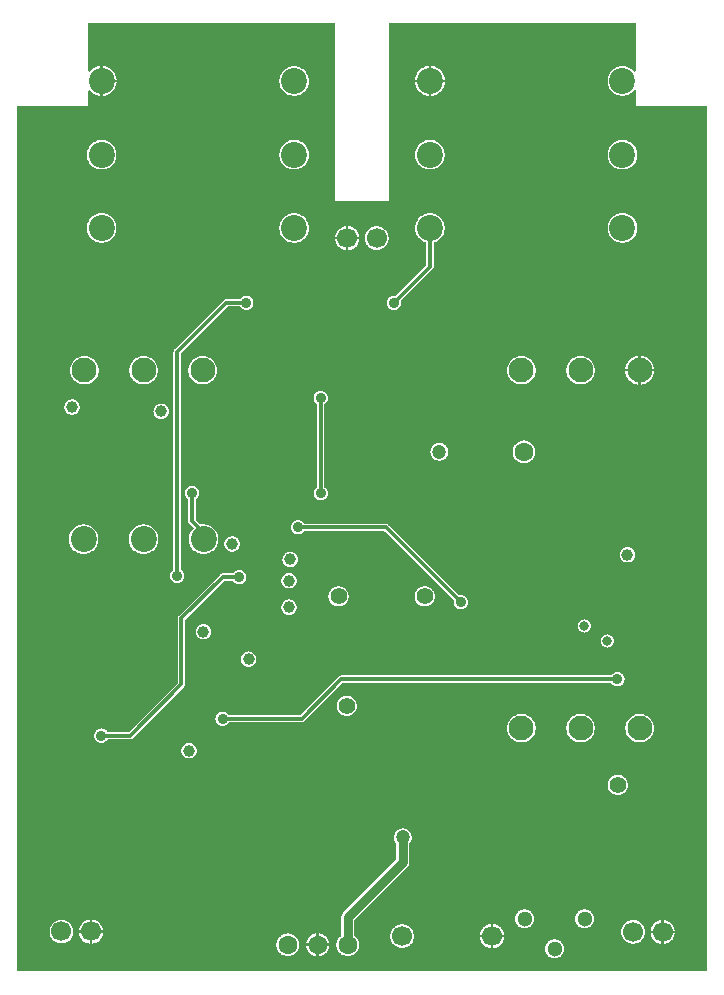
<source format=gbl>
%FSLAX46Y46*%
%MOMM*%
%ADD10C,0.300000*%
%ADD11C,0.800000*%
%AMPS12*
1,1,2.100000,0.000000,0.000000*
%
%ADD12PS12*%
%AMPS18*
1,1,1.600000,0.000000,0.000000*
%
%ADD18PS18*%
%AMPS13*
1,1,2.200000,0.000000,0.000000*
%
%ADD13PS13*%
%AMPS17*
1,1,1.300000,0.000000,0.000000*
%
%ADD17PS17*%
%AMPS16*
1,1,1.700000,0.000000,0.000000*
%
%ADD16PS16*%
%AMPS14*
1,1,1.700000,0.000000,0.000000*
%
%ADD14PS14*%
%AMPS15*
1,1,1.700000,0.000000,0.000000*
%
%ADD15PS15*%
%AMPS19*
1,1,2.200000,0.000000,0.000000*
%
%ADD19PS19*%
%AMPS27*
1,1,0.800000,0.000000,0.000000*
%
%ADD27PS27*%
%AMPS24*
1,1,1.200000,0.000000,0.000000*
%
%ADD24PS24*%
%AMPS25*
1,1,1.400000,0.000000,0.000000*
%
%ADD25PS25*%
%AMPS21*
1,1,0.700000,0.000000,0.000000*
%
%ADD21PS21*%
%AMPS26*
1,1,1.600000,0.000000,0.000000*
%
%ADD26PS26*%
%AMPS22*
1,1,0.900000,0.000000,0.000000*
%
%ADD22PS22*%
%AMPS23*
1,1,1.000000,0.000000,0.000000*
%
%ADD23PS23*%
%AMPS20*
1,1,0.700000,0.000000,0.000000*
%
%ADD20PS20*%
G01*
%LPD*%
G36*
X58690000Y310000D02*
X58690000Y73590000D01*
X52690000Y73590000D01*
X52690000Y74900353D01*
X52561978Y74949736D01*
X52437551Y74812449D01*
X52346283Y74729730D01*
X52247346Y74656353D01*
X52141685Y74593022D01*
X52030336Y74540358D01*
X51914364Y74498862D01*
X51794879Y74468933D01*
X51673030Y74450858D01*
X51550000Y74444813D01*
X51426970Y74450858D01*
X51305121Y74468933D01*
X51185636Y74498862D01*
X51069664Y74540358D01*
X50958315Y74593022D01*
X50852654Y74656353D01*
X50753717Y74729730D01*
X50662449Y74812449D01*
X50579730Y74903717D01*
X50506353Y75002654D01*
X50443022Y75108315D01*
X50390358Y75219664D01*
X50348862Y75335636D01*
X50318933Y75455121D01*
X50300858Y75576970D01*
X50294813Y75700000D01*
X50300858Y75823030D01*
X50318933Y75944879D01*
X50348862Y76064364D01*
X50390358Y76180336D01*
X50443022Y76291685D01*
X50506353Y76397346D01*
X50579730Y76496283D01*
X50662449Y76587551D01*
X50753717Y76670270D01*
X50852654Y76743647D01*
X50958315Y76806978D01*
X51069664Y76859642D01*
X51185636Y76901138D01*
X51305121Y76931067D01*
X51426970Y76949142D01*
X51550000Y76955187D01*
X51673030Y76949142D01*
X51794879Y76931067D01*
X51914364Y76901138D01*
X52030336Y76859642D01*
X52141685Y76806978D01*
X52247346Y76743647D01*
X52346283Y76670270D01*
X52437551Y76587551D01*
X52561978Y76450264D01*
X52690000Y76499647D01*
X52690000Y80590000D01*
X31810000Y80590000D01*
X31810000Y65490000D01*
X27190000Y65490000D01*
X27190000Y80590000D01*
X6310000Y80590000D01*
X6310000Y76529430D01*
X6438021Y76480047D01*
X6548290Y76601710D01*
X6641013Y76685749D01*
X6741533Y76760300D01*
X6848872Y76824636D01*
X6962000Y76878142D01*
X7079824Y76920300D01*
X7201213Y76950706D01*
X7325008Y76969070D01*
X7345000Y76970052D01*
X7345000Y74429948D01*
X7325008Y74430930D01*
X7201213Y74449294D01*
X7079824Y74479700D01*
X6962000Y74521858D01*
X6848872Y74575364D01*
X6741533Y74639700D01*
X6641013Y74714251D01*
X6548290Y74798290D01*
X6438021Y74919953D01*
X6310000Y74870570D01*
X6310000Y73590000D01*
X310000Y73590000D01*
X310000Y310000D01*
X58690000Y310000D01*
D02*
G37*
%LPC*%
G36*
X8720052Y75805000D02*
X7555000Y75805000D01*
X7555000Y76970052D01*
X7574992Y76969070D01*
X7698787Y76950706D01*
X7820176Y76920300D01*
X7938000Y76878142D01*
X8051128Y76824636D01*
X8158467Y76760300D01*
X8258987Y76685749D01*
X8351710Y76601710D01*
X8435749Y76508987D01*
X8510300Y76408467D01*
X8574636Y76301128D01*
X8628142Y76188000D01*
X8670300Y76070176D01*
X8700706Y75948787D01*
X8719070Y75824992D01*
X8720052Y75805000D01*
D02*
G37*
%LPC*%
G36*
X35145000Y75805000D02*
X33979948Y75805000D01*
X33980930Y75824992D01*
X33999294Y75948787D01*
X34029700Y76070176D01*
X34071858Y76188000D01*
X34125364Y76301128D01*
X34189700Y76408467D01*
X34264251Y76508987D01*
X34348290Y76601710D01*
X34441013Y76685749D01*
X34541533Y76760300D01*
X34648872Y76824636D01*
X34762000Y76878142D01*
X34879824Y76920300D01*
X35001213Y76950706D01*
X35125008Y76969070D01*
X35145000Y76970052D01*
X35145000Y75805000D01*
D02*
G37*
%LPC*%
G36*
X36520052Y75805000D02*
X35355000Y75805000D01*
X35355000Y76970052D01*
X35374992Y76969070D01*
X35498787Y76950706D01*
X35620176Y76920300D01*
X35738000Y76878142D01*
X35851128Y76824636D01*
X35958467Y76760300D01*
X36058987Y76685749D01*
X36151710Y76601710D01*
X36235749Y76508987D01*
X36310300Y76408467D01*
X36374636Y76301128D01*
X36428142Y76188000D01*
X36470300Y76070176D01*
X36500706Y75948787D01*
X36519070Y75824992D01*
X36520052Y75805000D01*
D02*
G37*
%LPC*%
G36*
X23750000Y74444813D02*
X23626970Y74450858D01*
X23505121Y74468933D01*
X23385636Y74498862D01*
X23269664Y74540358D01*
X23158315Y74593022D01*
X23052654Y74656353D01*
X22953717Y74729730D01*
X22862449Y74812449D01*
X22779730Y74903717D01*
X22706353Y75002654D01*
X22643022Y75108315D01*
X22590358Y75219664D01*
X22548862Y75335636D01*
X22518933Y75455121D01*
X22500858Y75576970D01*
X22494813Y75700000D01*
X22500858Y75823030D01*
X22518933Y75944879D01*
X22548862Y76064364D01*
X22590358Y76180336D01*
X22643022Y76291685D01*
X22706353Y76397346D01*
X22779730Y76496283D01*
X22862449Y76587551D01*
X22953717Y76670270D01*
X23052654Y76743647D01*
X23158315Y76806978D01*
X23269664Y76859642D01*
X23385636Y76901138D01*
X23505121Y76931067D01*
X23626970Y76949142D01*
X23750000Y76955187D01*
X23873030Y76949142D01*
X23994879Y76931067D01*
X24114364Y76901138D01*
X24230336Y76859642D01*
X24341685Y76806978D01*
X24447346Y76743647D01*
X24546283Y76670270D01*
X24637551Y76587551D01*
X24720270Y76496283D01*
X24793647Y76397346D01*
X24856978Y76291685D01*
X24909642Y76180336D01*
X24951138Y76064364D01*
X24981067Y75944879D01*
X24999142Y75823030D01*
X25005187Y75700000D01*
X24999142Y75576970D01*
X24981067Y75455121D01*
X24951138Y75335636D01*
X24909642Y75219664D01*
X24856978Y75108315D01*
X24793647Y75002654D01*
X24720270Y74903717D01*
X24637551Y74812449D01*
X24546283Y74729730D01*
X24447346Y74656353D01*
X24341685Y74593022D01*
X24230336Y74540358D01*
X24114364Y74498862D01*
X23994879Y74468933D01*
X23873030Y74450858D01*
X23750000Y74444813D01*
D02*
G37*
%LPC*%
G36*
X35355000Y74429948D02*
X35355000Y75595000D01*
X36520052Y75595000D01*
X36519070Y75575008D01*
X36500706Y75451213D01*
X36470300Y75329824D01*
X36428142Y75212000D01*
X36374636Y75098872D01*
X36310300Y74991533D01*
X36235749Y74891013D01*
X36151710Y74798290D01*
X36058987Y74714251D01*
X35958467Y74639700D01*
X35851128Y74575364D01*
X35738000Y74521858D01*
X35620176Y74479700D01*
X35498787Y74449294D01*
X35374992Y74430930D01*
X35355000Y74429948D01*
D02*
G37*
%LPC*%
G36*
X35145000Y74429948D02*
X35125008Y74430930D01*
X35001213Y74449294D01*
X34879824Y74479700D01*
X34762000Y74521858D01*
X34648872Y74575364D01*
X34541533Y74639700D01*
X34441013Y74714251D01*
X34348290Y74798290D01*
X34264251Y74891013D01*
X34189700Y74991533D01*
X34125364Y75098872D01*
X34071858Y75212000D01*
X34029700Y75329824D01*
X33999294Y75451213D01*
X33980930Y75575008D01*
X33979948Y75595000D01*
X35145000Y75595000D01*
X35145000Y74429948D01*
D02*
G37*
%LPC*%
G36*
X7555000Y74429948D02*
X7555000Y75595000D01*
X8720052Y75595000D01*
X8719070Y75575008D01*
X8700706Y75451213D01*
X8670300Y75329824D01*
X8628142Y75212000D01*
X8574636Y75098872D01*
X8510300Y74991533D01*
X8435749Y74891013D01*
X8351710Y74798290D01*
X8258987Y74714251D01*
X8158467Y74639700D01*
X8051128Y74575364D01*
X7938000Y74521858D01*
X7820176Y74479700D01*
X7698787Y74449294D01*
X7574992Y74430930D01*
X7555000Y74429948D01*
D02*
G37*
%LPC*%
G36*
X7450000Y68194813D02*
X7326970Y68200858D01*
X7205121Y68218933D01*
X7085636Y68248862D01*
X6969664Y68290358D01*
X6858315Y68343022D01*
X6752654Y68406353D01*
X6653717Y68479730D01*
X6562449Y68562449D01*
X6479730Y68653717D01*
X6406353Y68752654D01*
X6343022Y68858315D01*
X6290358Y68969664D01*
X6248862Y69085636D01*
X6218933Y69205121D01*
X6200858Y69326970D01*
X6194813Y69450000D01*
X6200858Y69573030D01*
X6218933Y69694879D01*
X6248862Y69814364D01*
X6290358Y69930336D01*
X6343022Y70041685D01*
X6406353Y70147346D01*
X6479730Y70246283D01*
X6562449Y70337551D01*
X6653717Y70420270D01*
X6752654Y70493647D01*
X6858315Y70556978D01*
X6969664Y70609642D01*
X7085636Y70651138D01*
X7205121Y70681067D01*
X7326970Y70699142D01*
X7450000Y70705187D01*
X7573030Y70699142D01*
X7694879Y70681067D01*
X7814364Y70651138D01*
X7930336Y70609642D01*
X8041685Y70556978D01*
X8147346Y70493647D01*
X8246283Y70420270D01*
X8337551Y70337551D01*
X8420270Y70246283D01*
X8493647Y70147346D01*
X8556978Y70041685D01*
X8609642Y69930336D01*
X8651138Y69814364D01*
X8681067Y69694879D01*
X8699142Y69573030D01*
X8705187Y69450000D01*
X8699142Y69326970D01*
X8681067Y69205121D01*
X8651138Y69085636D01*
X8609642Y68969664D01*
X8556978Y68858315D01*
X8493647Y68752654D01*
X8420270Y68653717D01*
X8337551Y68562449D01*
X8246283Y68479730D01*
X8147346Y68406353D01*
X8041685Y68343022D01*
X7930336Y68290358D01*
X7814364Y68248862D01*
X7694879Y68218933D01*
X7573030Y68200858D01*
X7450000Y68194813D01*
D02*
G37*
%LPC*%
G36*
X23750000Y68194813D02*
X23626970Y68200858D01*
X23505121Y68218933D01*
X23385636Y68248862D01*
X23269664Y68290358D01*
X23158315Y68343022D01*
X23052654Y68406353D01*
X22953717Y68479730D01*
X22862449Y68562449D01*
X22779730Y68653717D01*
X22706353Y68752654D01*
X22643022Y68858315D01*
X22590358Y68969664D01*
X22548862Y69085636D01*
X22518933Y69205121D01*
X22500858Y69326970D01*
X22494813Y69450000D01*
X22500858Y69573030D01*
X22518933Y69694879D01*
X22548862Y69814364D01*
X22590358Y69930336D01*
X22643022Y70041685D01*
X22706353Y70147346D01*
X22779730Y70246283D01*
X22862449Y70337551D01*
X22953717Y70420270D01*
X23052654Y70493647D01*
X23158315Y70556978D01*
X23269664Y70609642D01*
X23385636Y70651138D01*
X23505121Y70681067D01*
X23626970Y70699142D01*
X23750000Y70705187D01*
X23873030Y70699142D01*
X23994879Y70681067D01*
X24114364Y70651138D01*
X24230336Y70609642D01*
X24341685Y70556978D01*
X24447346Y70493647D01*
X24546283Y70420270D01*
X24637551Y70337551D01*
X24720270Y70246283D01*
X24793647Y70147346D01*
X24856978Y70041685D01*
X24909642Y69930336D01*
X24951138Y69814364D01*
X24981067Y69694879D01*
X24999142Y69573030D01*
X25005187Y69450000D01*
X24999142Y69326970D01*
X24981067Y69205121D01*
X24951138Y69085636D01*
X24909642Y68969664D01*
X24856978Y68858315D01*
X24793647Y68752654D01*
X24720270Y68653717D01*
X24637551Y68562449D01*
X24546283Y68479730D01*
X24447346Y68406353D01*
X24341685Y68343022D01*
X24230336Y68290358D01*
X24114364Y68248862D01*
X23994879Y68218933D01*
X23873030Y68200858D01*
X23750000Y68194813D01*
D02*
G37*
%LPC*%
G36*
X35250000Y68194813D02*
X35126970Y68200858D01*
X35005121Y68218933D01*
X34885636Y68248862D01*
X34769664Y68290358D01*
X34658315Y68343022D01*
X34552654Y68406353D01*
X34453717Y68479730D01*
X34362449Y68562449D01*
X34279730Y68653717D01*
X34206353Y68752654D01*
X34143022Y68858315D01*
X34090358Y68969664D01*
X34048862Y69085636D01*
X34018933Y69205121D01*
X34000858Y69326970D01*
X33994813Y69450000D01*
X34000858Y69573030D01*
X34018933Y69694879D01*
X34048862Y69814364D01*
X34090358Y69930336D01*
X34143022Y70041685D01*
X34206353Y70147346D01*
X34279730Y70246283D01*
X34362449Y70337551D01*
X34453717Y70420270D01*
X34552654Y70493647D01*
X34658315Y70556978D01*
X34769664Y70609642D01*
X34885636Y70651138D01*
X35005121Y70681067D01*
X35126970Y70699142D01*
X35250000Y70705187D01*
X35373030Y70699142D01*
X35494879Y70681067D01*
X35614364Y70651138D01*
X35730336Y70609642D01*
X35841685Y70556978D01*
X35947346Y70493647D01*
X36046283Y70420270D01*
X36137551Y70337551D01*
X36220270Y70246283D01*
X36293647Y70147346D01*
X36356978Y70041685D01*
X36409642Y69930336D01*
X36451138Y69814364D01*
X36481067Y69694879D01*
X36499142Y69573030D01*
X36505187Y69450000D01*
X36499142Y69326970D01*
X36481067Y69205121D01*
X36451138Y69085636D01*
X36409642Y68969664D01*
X36356978Y68858315D01*
X36293647Y68752654D01*
X36220270Y68653717D01*
X36137551Y68562449D01*
X36046283Y68479730D01*
X35947346Y68406353D01*
X35841685Y68343022D01*
X35730336Y68290358D01*
X35614364Y68248862D01*
X35494879Y68218933D01*
X35373030Y68200858D01*
X35250000Y68194813D01*
D02*
G37*
%LPC*%
G36*
X51550000Y68194813D02*
X51426970Y68200858D01*
X51305121Y68218933D01*
X51185636Y68248862D01*
X51069664Y68290358D01*
X50958315Y68343022D01*
X50852654Y68406353D01*
X50753717Y68479730D01*
X50662449Y68562449D01*
X50579730Y68653717D01*
X50506353Y68752654D01*
X50443022Y68858315D01*
X50390358Y68969664D01*
X50348862Y69085636D01*
X50318933Y69205121D01*
X50300858Y69326970D01*
X50294813Y69450000D01*
X50300858Y69573030D01*
X50318933Y69694879D01*
X50348862Y69814364D01*
X50390358Y69930336D01*
X50443022Y70041685D01*
X50506353Y70147346D01*
X50579730Y70246283D01*
X50662449Y70337551D01*
X50753717Y70420270D01*
X50852654Y70493647D01*
X50958315Y70556978D01*
X51069664Y70609642D01*
X51185636Y70651138D01*
X51305121Y70681067D01*
X51426970Y70699142D01*
X51550000Y70705187D01*
X51673030Y70699142D01*
X51794879Y70681067D01*
X51914364Y70651138D01*
X52030336Y70609642D01*
X52141685Y70556978D01*
X52247346Y70493647D01*
X52346283Y70420270D01*
X52437551Y70337551D01*
X52520270Y70246283D01*
X52593647Y70147346D01*
X52656978Y70041685D01*
X52709642Y69930336D01*
X52751138Y69814364D01*
X52781067Y69694879D01*
X52799142Y69573030D01*
X52805187Y69450000D01*
X52799142Y69326970D01*
X52781067Y69205121D01*
X52751138Y69085636D01*
X52709642Y68969664D01*
X52656978Y68858315D01*
X52593647Y68752654D01*
X52520270Y68653717D01*
X52437551Y68562449D01*
X52346283Y68479730D01*
X52247346Y68406353D01*
X52141685Y68343022D01*
X52030336Y68290358D01*
X51914364Y68248862D01*
X51794879Y68218933D01*
X51673030Y68200858D01*
X51550000Y68194813D01*
D02*
G37*
%LPC*%
G36*
X7450000Y61994813D02*
X7326970Y62000858D01*
X7205121Y62018933D01*
X7085636Y62048862D01*
X6969664Y62090358D01*
X6858315Y62143022D01*
X6752654Y62206353D01*
X6653717Y62279730D01*
X6562449Y62362449D01*
X6479730Y62453717D01*
X6406353Y62552654D01*
X6343022Y62658315D01*
X6290358Y62769664D01*
X6248862Y62885636D01*
X6218933Y63005121D01*
X6200858Y63126970D01*
X6194813Y63250000D01*
X6200858Y63373030D01*
X6218933Y63494879D01*
X6248862Y63614364D01*
X6290358Y63730336D01*
X6343022Y63841685D01*
X6406353Y63947346D01*
X6479730Y64046283D01*
X6562449Y64137551D01*
X6653717Y64220270D01*
X6752654Y64293647D01*
X6858315Y64356978D01*
X6969664Y64409642D01*
X7085636Y64451138D01*
X7205121Y64481067D01*
X7326970Y64499142D01*
X7450000Y64505187D01*
X7573030Y64499142D01*
X7694879Y64481067D01*
X7814364Y64451138D01*
X7930336Y64409642D01*
X8041685Y64356978D01*
X8147346Y64293647D01*
X8246283Y64220270D01*
X8337551Y64137551D01*
X8420270Y64046283D01*
X8493647Y63947346D01*
X8556978Y63841685D01*
X8609642Y63730336D01*
X8651138Y63614364D01*
X8681067Y63494879D01*
X8699142Y63373030D01*
X8705187Y63250000D01*
X8699142Y63126970D01*
X8681067Y63005121D01*
X8651138Y62885636D01*
X8609642Y62769664D01*
X8556978Y62658315D01*
X8493647Y62552654D01*
X8420270Y62453717D01*
X8337551Y62362449D01*
X8246283Y62279730D01*
X8147346Y62206353D01*
X8041685Y62143022D01*
X7930336Y62090358D01*
X7814364Y62048862D01*
X7694879Y62018933D01*
X7573030Y62000858D01*
X7450000Y61994813D01*
D02*
G37*
%LPC*%
G36*
X23750000Y61994813D02*
X23626970Y62000858D01*
X23505121Y62018933D01*
X23385636Y62048862D01*
X23269664Y62090358D01*
X23158315Y62143022D01*
X23052654Y62206353D01*
X22953717Y62279730D01*
X22862449Y62362449D01*
X22779730Y62453717D01*
X22706353Y62552654D01*
X22643022Y62658315D01*
X22590358Y62769664D01*
X22548862Y62885636D01*
X22518933Y63005121D01*
X22500858Y63126970D01*
X22494813Y63250000D01*
X22500858Y63373030D01*
X22518933Y63494879D01*
X22548862Y63614364D01*
X22590358Y63730336D01*
X22643022Y63841685D01*
X22706353Y63947346D01*
X22779730Y64046283D01*
X22862449Y64137551D01*
X22953717Y64220270D01*
X23052654Y64293647D01*
X23158315Y64356978D01*
X23269664Y64409642D01*
X23385636Y64451138D01*
X23505121Y64481067D01*
X23626970Y64499142D01*
X23750000Y64505187D01*
X23873030Y64499142D01*
X23994879Y64481067D01*
X24114364Y64451138D01*
X24230336Y64409642D01*
X24341685Y64356978D01*
X24447346Y64293647D01*
X24546283Y64220270D01*
X24637551Y64137551D01*
X24720270Y64046283D01*
X24793647Y63947346D01*
X24856978Y63841685D01*
X24909642Y63730336D01*
X24951138Y63614364D01*
X24981067Y63494879D01*
X24999142Y63373030D01*
X25005187Y63250000D01*
X24999142Y63126970D01*
X24981067Y63005121D01*
X24951138Y62885636D01*
X24909642Y62769664D01*
X24856978Y62658315D01*
X24793647Y62552654D01*
X24720270Y62453717D01*
X24637551Y62362449D01*
X24546283Y62279730D01*
X24447346Y62206353D01*
X24341685Y62143022D01*
X24230336Y62090358D01*
X24114364Y62048862D01*
X23994879Y62018933D01*
X23873030Y62000858D01*
X23750000Y61994813D01*
D02*
G37*
%LPC*%
G36*
X32200000Y56294812D02*
X32140690Y56297727D01*
X32081927Y56306443D01*
X32024326Y56320871D01*
X31968404Y56340881D01*
X31914719Y56366272D01*
X31863777Y56396806D01*
X31816076Y56432184D01*
X31772068Y56472068D01*
X31732184Y56516076D01*
X31696806Y56563777D01*
X31666272Y56614719D01*
X31640881Y56668404D01*
X31620871Y56724326D01*
X31606443Y56781927D01*
X31597727Y56840690D01*
X31594812Y56900000D01*
X31597727Y56959310D01*
X31606443Y57018073D01*
X31620871Y57075674D01*
X31640881Y57131596D01*
X31666272Y57185281D01*
X31696806Y57236223D01*
X31732184Y57283924D01*
X31772068Y57327932D01*
X31816076Y57367816D01*
X31863777Y57403194D01*
X31914719Y57433728D01*
X31968404Y57459119D01*
X32024326Y57479129D01*
X32081927Y57493557D01*
X32140690Y57502273D01*
X32200000Y57505188D01*
X32259313Y57502273D01*
X32356520Y57487855D01*
X34945000Y60076335D01*
X34945000Y62027622D01*
X34769663Y62090358D01*
X34658315Y62143022D01*
X34552654Y62206353D01*
X34453717Y62279730D01*
X34362449Y62362449D01*
X34279730Y62453717D01*
X34206353Y62552654D01*
X34143022Y62658315D01*
X34090358Y62769664D01*
X34048862Y62885636D01*
X34018933Y63005121D01*
X34000858Y63126970D01*
X33994813Y63250000D01*
X34000858Y63373030D01*
X34018933Y63494879D01*
X34048862Y63614364D01*
X34090358Y63730336D01*
X34143022Y63841685D01*
X34206353Y63947346D01*
X34279730Y64046283D01*
X34362449Y64137551D01*
X34453717Y64220270D01*
X34552654Y64293647D01*
X34658315Y64356978D01*
X34769664Y64409642D01*
X34885636Y64451138D01*
X35005121Y64481067D01*
X35126970Y64499142D01*
X35250000Y64505187D01*
X35373030Y64499142D01*
X35494879Y64481067D01*
X35614364Y64451138D01*
X35730336Y64409642D01*
X35841685Y64356978D01*
X35947346Y64293647D01*
X36046283Y64220270D01*
X36137551Y64137551D01*
X36220270Y64046283D01*
X36293647Y63947346D01*
X36356978Y63841685D01*
X36409642Y63730336D01*
X36451138Y63614364D01*
X36481067Y63494879D01*
X36499142Y63373030D01*
X36505187Y63250000D01*
X36499142Y63126970D01*
X36481067Y63005121D01*
X36451138Y62885636D01*
X36409642Y62769664D01*
X36356978Y62658315D01*
X36293647Y62552654D01*
X36220270Y62453717D01*
X36137551Y62362449D01*
X36046283Y62279730D01*
X35947346Y62206353D01*
X35841685Y62143022D01*
X35730337Y62090358D01*
X35555000Y62027622D01*
X35555000Y59942382D01*
X35549874Y59890351D01*
X35532475Y59832994D01*
X35504223Y59780136D01*
X35466572Y59734257D01*
X35460689Y59729355D01*
X32787855Y57056520D01*
X32802273Y56959313D01*
X32805188Y56900000D01*
X32802273Y56840690D01*
X32793557Y56781927D01*
X32779129Y56724326D01*
X32759119Y56668404D01*
X32733728Y56614719D01*
X32703194Y56563777D01*
X32667816Y56516076D01*
X32627932Y56472068D01*
X32583924Y56432184D01*
X32536223Y56396806D01*
X32485281Y56366272D01*
X32431596Y56340881D01*
X32375674Y56320871D01*
X32318073Y56306443D01*
X32259310Y56297727D01*
X32200000Y56294812D01*
D02*
G37*
%LPC*%
G36*
X51550000Y61994813D02*
X51426970Y62000858D01*
X51305121Y62018933D01*
X51185636Y62048862D01*
X51069664Y62090358D01*
X50958315Y62143022D01*
X50852654Y62206353D01*
X50753717Y62279730D01*
X50662449Y62362449D01*
X50579730Y62453717D01*
X50506353Y62552654D01*
X50443022Y62658315D01*
X50390358Y62769664D01*
X50348862Y62885636D01*
X50318933Y63005121D01*
X50300858Y63126970D01*
X50294813Y63250000D01*
X50300858Y63373030D01*
X50318933Y63494879D01*
X50348862Y63614364D01*
X50390358Y63730336D01*
X50443022Y63841685D01*
X50506353Y63947346D01*
X50579730Y64046283D01*
X50662449Y64137551D01*
X50753717Y64220270D01*
X50852654Y64293647D01*
X50958315Y64356978D01*
X51069664Y64409642D01*
X51185636Y64451138D01*
X51305121Y64481067D01*
X51426970Y64499142D01*
X51550000Y64505187D01*
X51673030Y64499142D01*
X51794879Y64481067D01*
X51914364Y64451138D01*
X52030336Y64409642D01*
X52141685Y64356978D01*
X52247346Y64293647D01*
X52346283Y64220270D01*
X52437551Y64137551D01*
X52520270Y64046283D01*
X52593647Y63947346D01*
X52656978Y63841685D01*
X52709642Y63730336D01*
X52751138Y63614364D01*
X52781067Y63494879D01*
X52799142Y63373030D01*
X52805187Y63250000D01*
X52799142Y63126970D01*
X52781067Y63005121D01*
X52751138Y62885636D01*
X52709642Y62769664D01*
X52656978Y62658315D01*
X52593647Y62552654D01*
X52520270Y62453717D01*
X52437551Y62362449D01*
X52346283Y62279730D01*
X52247346Y62206353D01*
X52141685Y62143022D01*
X52030336Y62090358D01*
X51914364Y62048862D01*
X51794879Y62018933D01*
X51673030Y62000858D01*
X51550000Y61994813D01*
D02*
G37*
%LPC*%
G36*
X28145000Y62505000D02*
X27230395Y62505000D01*
X27244490Y62600014D01*
X27268935Y62697605D01*
X27302827Y62792328D01*
X27345842Y62883275D01*
X27397571Y62969579D01*
X27457504Y63050389D01*
X27525067Y63124933D01*
X27599611Y63192496D01*
X27680421Y63252429D01*
X27766725Y63304158D01*
X27857672Y63347173D01*
X27952395Y63381065D01*
X28049986Y63405510D01*
X28145000Y63419605D01*
X28145000Y62505000D01*
D02*
G37*
%LPC*%
G36*
X29269605Y62505000D02*
X28355000Y62505000D01*
X28355000Y63419605D01*
X28450014Y63405510D01*
X28547605Y63381065D01*
X28642328Y63347173D01*
X28733275Y63304158D01*
X28819579Y63252429D01*
X28900389Y63192496D01*
X28974933Y63124933D01*
X29042496Y63050389D01*
X29102429Y62969579D01*
X29154158Y62883275D01*
X29197173Y62792328D01*
X29231065Y62697605D01*
X29255510Y62600014D01*
X29269605Y62505000D01*
D02*
G37*
%LPC*%
G36*
X30750000Y61394813D02*
X30651474Y61399654D01*
X30553893Y61414129D01*
X30458208Y61438097D01*
X30365331Y61471329D01*
X30276160Y61513502D01*
X30191554Y61564214D01*
X30112314Y61622983D01*
X30039226Y61689226D01*
X29972983Y61762314D01*
X29914214Y61841554D01*
X29863502Y61926160D01*
X29821329Y62015331D01*
X29788097Y62108208D01*
X29764129Y62203893D01*
X29749654Y62301474D01*
X29744813Y62400000D01*
X29749654Y62498526D01*
X29764129Y62596107D01*
X29788097Y62691792D01*
X29821329Y62784669D01*
X29863502Y62873840D01*
X29914214Y62958446D01*
X29972983Y63037686D01*
X30039226Y63110774D01*
X30112314Y63177017D01*
X30191554Y63235786D01*
X30276160Y63286498D01*
X30365331Y63328671D01*
X30458208Y63361903D01*
X30553893Y63385871D01*
X30651474Y63400346D01*
X30750000Y63405187D01*
X30848526Y63400346D01*
X30946107Y63385871D01*
X31041792Y63361903D01*
X31134669Y63328671D01*
X31223840Y63286498D01*
X31308446Y63235786D01*
X31387686Y63177017D01*
X31460774Y63110774D01*
X31527017Y63037686D01*
X31585786Y62958446D01*
X31636498Y62873840D01*
X31678671Y62784669D01*
X31711903Y62691792D01*
X31735871Y62596107D01*
X31750346Y62498526D01*
X31755187Y62400000D01*
X31750346Y62301474D01*
X31735871Y62203893D01*
X31711903Y62108208D01*
X31678671Y62015331D01*
X31636498Y61926160D01*
X31585786Y61841554D01*
X31527017Y61762314D01*
X31460774Y61689226D01*
X31387686Y61622983D01*
X31308446Y61564214D01*
X31223840Y61513502D01*
X31134669Y61471329D01*
X31041792Y61438097D01*
X30946107Y61414129D01*
X30848526Y61399654D01*
X30750000Y61394813D01*
D02*
G37*
%LPC*%
G36*
X28355000Y61380395D02*
X28355000Y62295000D01*
X29269605Y62295000D01*
X29255510Y62199986D01*
X29231065Y62102395D01*
X29197173Y62007672D01*
X29154158Y61916725D01*
X29102429Y61830421D01*
X29042496Y61749611D01*
X28974933Y61675067D01*
X28900389Y61607504D01*
X28819579Y61547571D01*
X28733275Y61495842D01*
X28642328Y61452827D01*
X28547605Y61418935D01*
X28450014Y61394490D01*
X28355000Y61380395D01*
D02*
G37*
%LPC*%
G36*
X28145000Y61380395D02*
X28049986Y61394490D01*
X27952395Y61418935D01*
X27857672Y61452827D01*
X27766725Y61495842D01*
X27680421Y61547571D01*
X27599611Y61607504D01*
X27525067Y61675067D01*
X27457504Y61749611D01*
X27397571Y61830421D01*
X27345842Y61916725D01*
X27302827Y62007672D01*
X27268935Y62102395D01*
X27244490Y62199986D01*
X27230395Y62295000D01*
X28145000Y62295000D01*
X28145000Y61380395D01*
D02*
G37*
%LPC*%
G36*
X13840000Y33194812D02*
X13780690Y33197727D01*
X13721927Y33206443D01*
X13664326Y33220871D01*
X13608404Y33240881D01*
X13554719Y33266272D01*
X13503777Y33296806D01*
X13456076Y33332184D01*
X13412068Y33372068D01*
X13372184Y33416076D01*
X13336806Y33463777D01*
X13306272Y33514719D01*
X13280881Y33568404D01*
X13260871Y33624326D01*
X13246443Y33681927D01*
X13237727Y33740690D01*
X13234812Y33800000D01*
X13237727Y33859310D01*
X13246443Y33918073D01*
X13260871Y33975674D01*
X13280881Y34031596D01*
X13306272Y34085281D01*
X13336806Y34136223D01*
X13372184Y34183924D01*
X13412068Y34227932D01*
X13456072Y34267812D01*
X13535000Y34326353D01*
X13535000Y52747611D01*
X13540125Y52799648D01*
X13557525Y52857006D01*
X13585776Y52909863D01*
X13623427Y52955742D01*
X13629310Y52960644D01*
X17789355Y57120689D01*
X17794257Y57126572D01*
X17840136Y57164223D01*
X17892994Y57192475D01*
X17950351Y57209874D01*
X18002382Y57215000D01*
X19183647Y57215000D01*
X19242188Y57293928D01*
X19282068Y57337932D01*
X19326076Y57377816D01*
X19373777Y57413194D01*
X19424719Y57443728D01*
X19478404Y57469119D01*
X19534326Y57489129D01*
X19591927Y57503557D01*
X19650690Y57512273D01*
X19710000Y57515188D01*
X19769310Y57512273D01*
X19828073Y57503557D01*
X19885674Y57489129D01*
X19941596Y57469119D01*
X19995281Y57443728D01*
X20046223Y57413194D01*
X20093924Y57377816D01*
X20137932Y57337932D01*
X20177816Y57293924D01*
X20213194Y57246223D01*
X20243728Y57195281D01*
X20269119Y57141596D01*
X20289129Y57085674D01*
X20303557Y57028073D01*
X20312273Y56969310D01*
X20315188Y56910000D01*
X20312273Y56850690D01*
X20303557Y56791927D01*
X20289129Y56734326D01*
X20269119Y56678404D01*
X20243728Y56624719D01*
X20213194Y56573777D01*
X20177816Y56526076D01*
X20137932Y56482068D01*
X20093924Y56442184D01*
X20046223Y56406806D01*
X19995281Y56376272D01*
X19941596Y56350881D01*
X19885674Y56330871D01*
X19828073Y56316443D01*
X19769310Y56307727D01*
X19710000Y56304812D01*
X19650690Y56307727D01*
X19591927Y56316443D01*
X19534326Y56330871D01*
X19478404Y56350881D01*
X19424719Y56376272D01*
X19373777Y56406806D01*
X19326076Y56442184D01*
X19282068Y56482068D01*
X19242188Y56526072D01*
X19183647Y56605000D01*
X18136335Y56605000D01*
X14145000Y52613665D01*
X14145000Y34326353D01*
X14223928Y34267812D01*
X14267932Y34227932D01*
X14307816Y34183924D01*
X14343194Y34136223D01*
X14373728Y34085281D01*
X14399119Y34031596D01*
X14419129Y33975674D01*
X14433557Y33918073D01*
X14442273Y33859310D01*
X14445188Y33800000D01*
X14442273Y33740690D01*
X14433557Y33681927D01*
X14419129Y33624326D01*
X14399119Y33568404D01*
X14373728Y33514719D01*
X14343194Y33463777D01*
X14307816Y33416076D01*
X14267932Y33372068D01*
X14223924Y33332184D01*
X14176223Y33296806D01*
X14125281Y33266272D01*
X14071596Y33240881D01*
X14015674Y33220871D01*
X13958073Y33206443D01*
X13899310Y33197727D01*
X13840000Y33194812D01*
D02*
G37*
%LPC*%
G36*
X52895000Y51305000D02*
X51779948Y51305000D01*
X51780690Y51320092D01*
X51798333Y51439030D01*
X51827547Y51555661D01*
X51868052Y51668866D01*
X51919460Y51777558D01*
X51981275Y51880690D01*
X52052900Y51977264D01*
X52133645Y52066355D01*
X52222736Y52147100D01*
X52319310Y52218725D01*
X52422442Y52280540D01*
X52531134Y52331948D01*
X52644339Y52372453D01*
X52760970Y52401667D01*
X52879908Y52419310D01*
X52895000Y52420052D01*
X52895000Y51305000D01*
D02*
G37*
%LPC*%
G36*
X54220052Y51305000D02*
X53105000Y51305000D01*
X53105000Y52420052D01*
X53120092Y52419310D01*
X53239030Y52401667D01*
X53355661Y52372453D01*
X53468866Y52331948D01*
X53577558Y52280540D01*
X53680690Y52218725D01*
X53777264Y52147100D01*
X53866355Y52066355D01*
X53947100Y51977264D01*
X54018725Y51880690D01*
X54080540Y51777558D01*
X54131948Y51668866D01*
X54172453Y51555661D01*
X54201667Y51439030D01*
X54219310Y51320092D01*
X54220052Y51305000D01*
D02*
G37*
%LPC*%
G36*
X6000000Y49994812D02*
X5881880Y50000617D01*
X5764877Y50017972D01*
X5650151Y50046709D01*
X5538798Y50086552D01*
X5431880Y50137120D01*
X5330429Y50197927D01*
X5235443Y50268374D01*
X5147804Y50347804D01*
X5068374Y50435443D01*
X4997927Y50530429D01*
X4937120Y50631880D01*
X4886552Y50738798D01*
X4846709Y50850151D01*
X4817972Y50964877D01*
X4800617Y51081880D01*
X4794812Y51200000D01*
X4800617Y51318120D01*
X4817972Y51435123D01*
X4846709Y51549849D01*
X4886552Y51661202D01*
X4937120Y51768120D01*
X4997927Y51869571D01*
X5068374Y51964557D01*
X5147804Y52052196D01*
X5235443Y52131626D01*
X5330429Y52202073D01*
X5431880Y52262880D01*
X5538798Y52313448D01*
X5650151Y52353291D01*
X5764877Y52382028D01*
X5881880Y52399383D01*
X6000000Y52405188D01*
X6118120Y52399383D01*
X6235123Y52382028D01*
X6349849Y52353291D01*
X6461202Y52313448D01*
X6568120Y52262880D01*
X6669571Y52202073D01*
X6764557Y52131626D01*
X6852196Y52052196D01*
X6931626Y51964557D01*
X7002073Y51869571D01*
X7062880Y51768120D01*
X7113448Y51661202D01*
X7153291Y51549849D01*
X7182028Y51435123D01*
X7199383Y51318120D01*
X7205188Y51200000D01*
X7199383Y51081880D01*
X7182028Y50964877D01*
X7153291Y50850151D01*
X7113448Y50738798D01*
X7062880Y50631880D01*
X7002073Y50530429D01*
X6931626Y50435443D01*
X6852196Y50347804D01*
X6764557Y50268374D01*
X6669571Y50197927D01*
X6568120Y50137120D01*
X6461202Y50086552D01*
X6349849Y50046709D01*
X6235123Y50017972D01*
X6118120Y50000617D01*
X6000000Y49994812D01*
D02*
G37*
%LPC*%
G36*
X11000000Y49994812D02*
X10881880Y50000617D01*
X10764877Y50017972D01*
X10650151Y50046709D01*
X10538798Y50086552D01*
X10431880Y50137120D01*
X10330429Y50197927D01*
X10235443Y50268374D01*
X10147804Y50347804D01*
X10068374Y50435443D01*
X9997927Y50530429D01*
X9937120Y50631880D01*
X9886552Y50738798D01*
X9846709Y50850151D01*
X9817972Y50964877D01*
X9800617Y51081880D01*
X9794812Y51200000D01*
X9800617Y51318120D01*
X9817972Y51435123D01*
X9846709Y51549849D01*
X9886552Y51661202D01*
X9937120Y51768120D01*
X9997927Y51869571D01*
X10068374Y51964557D01*
X10147804Y52052196D01*
X10235443Y52131626D01*
X10330429Y52202073D01*
X10431880Y52262880D01*
X10538798Y52313448D01*
X10650151Y52353291D01*
X10764877Y52382028D01*
X10881880Y52399383D01*
X11000000Y52405188D01*
X11118120Y52399383D01*
X11235123Y52382028D01*
X11349849Y52353291D01*
X11461202Y52313448D01*
X11568120Y52262880D01*
X11669571Y52202073D01*
X11764557Y52131626D01*
X11852196Y52052196D01*
X11931626Y51964557D01*
X12002073Y51869571D01*
X12062880Y51768120D01*
X12113448Y51661202D01*
X12153291Y51549849D01*
X12182028Y51435123D01*
X12199383Y51318120D01*
X12205188Y51200000D01*
X12199383Y51081880D01*
X12182028Y50964877D01*
X12153291Y50850151D01*
X12113448Y50738798D01*
X12062880Y50631880D01*
X12002073Y50530429D01*
X11931626Y50435443D01*
X11852196Y50347804D01*
X11764557Y50268374D01*
X11669571Y50197927D01*
X11568120Y50137120D01*
X11461202Y50086552D01*
X11349849Y50046709D01*
X11235123Y50017972D01*
X11118120Y50000617D01*
X11000000Y49994812D01*
D02*
G37*
%LPC*%
G36*
X16000000Y49994812D02*
X15881880Y50000617D01*
X15764877Y50017972D01*
X15650151Y50046709D01*
X15538798Y50086552D01*
X15431880Y50137120D01*
X15330429Y50197927D01*
X15235443Y50268374D01*
X15147804Y50347804D01*
X15068374Y50435443D01*
X14997927Y50530429D01*
X14937120Y50631880D01*
X14886552Y50738798D01*
X14846709Y50850151D01*
X14817972Y50964877D01*
X14800617Y51081880D01*
X14794812Y51200000D01*
X14800617Y51318120D01*
X14817972Y51435123D01*
X14846709Y51549849D01*
X14886552Y51661202D01*
X14937120Y51768120D01*
X14997927Y51869571D01*
X15068374Y51964557D01*
X15147804Y52052196D01*
X15235443Y52131626D01*
X15330429Y52202073D01*
X15431880Y52262880D01*
X15538798Y52313448D01*
X15650151Y52353291D01*
X15764877Y52382028D01*
X15881880Y52399383D01*
X16000000Y52405188D01*
X16118120Y52399383D01*
X16235123Y52382028D01*
X16349849Y52353291D01*
X16461202Y52313448D01*
X16568120Y52262880D01*
X16669571Y52202073D01*
X16764557Y52131626D01*
X16852196Y52052196D01*
X16931626Y51964557D01*
X17002073Y51869571D01*
X17062880Y51768120D01*
X17113448Y51661202D01*
X17153291Y51549849D01*
X17182028Y51435123D01*
X17199383Y51318120D01*
X17205188Y51200000D01*
X17199383Y51081880D01*
X17182028Y50964877D01*
X17153291Y50850151D01*
X17113448Y50738798D01*
X17062880Y50631880D01*
X17002073Y50530429D01*
X16931626Y50435443D01*
X16852196Y50347804D01*
X16764557Y50268374D01*
X16669571Y50197927D01*
X16568120Y50137120D01*
X16461202Y50086552D01*
X16349849Y50046709D01*
X16235123Y50017972D01*
X16118120Y50000617D01*
X16000000Y49994812D01*
D02*
G37*
%LPC*%
G36*
X43000000Y49994812D02*
X42881880Y50000617D01*
X42764877Y50017972D01*
X42650151Y50046709D01*
X42538798Y50086552D01*
X42431880Y50137120D01*
X42330429Y50197927D01*
X42235443Y50268374D01*
X42147804Y50347804D01*
X42068374Y50435443D01*
X41997927Y50530429D01*
X41937120Y50631880D01*
X41886552Y50738798D01*
X41846709Y50850151D01*
X41817972Y50964877D01*
X41800617Y51081880D01*
X41794812Y51200000D01*
X41800617Y51318120D01*
X41817972Y51435123D01*
X41846709Y51549849D01*
X41886552Y51661202D01*
X41937120Y51768120D01*
X41997927Y51869571D01*
X42068374Y51964557D01*
X42147804Y52052196D01*
X42235443Y52131626D01*
X42330429Y52202073D01*
X42431880Y52262880D01*
X42538798Y52313448D01*
X42650151Y52353291D01*
X42764877Y52382028D01*
X42881880Y52399383D01*
X43000000Y52405188D01*
X43118120Y52399383D01*
X43235123Y52382028D01*
X43349849Y52353291D01*
X43461202Y52313448D01*
X43568120Y52262880D01*
X43669571Y52202073D01*
X43764557Y52131626D01*
X43852196Y52052196D01*
X43931626Y51964557D01*
X44002073Y51869571D01*
X44062880Y51768120D01*
X44113448Y51661202D01*
X44153291Y51549849D01*
X44182028Y51435123D01*
X44199383Y51318120D01*
X44205188Y51200000D01*
X44199383Y51081880D01*
X44182028Y50964877D01*
X44153291Y50850151D01*
X44113448Y50738798D01*
X44062880Y50631880D01*
X44002073Y50530429D01*
X43931626Y50435443D01*
X43852196Y50347804D01*
X43764557Y50268374D01*
X43669571Y50197927D01*
X43568120Y50137120D01*
X43461202Y50086552D01*
X43349849Y50046709D01*
X43235123Y50017972D01*
X43118120Y50000617D01*
X43000000Y49994812D01*
D02*
G37*
%LPC*%
G36*
X48000000Y49994812D02*
X47881880Y50000617D01*
X47764877Y50017972D01*
X47650151Y50046709D01*
X47538798Y50086552D01*
X47431880Y50137120D01*
X47330429Y50197927D01*
X47235443Y50268374D01*
X47147804Y50347804D01*
X47068374Y50435443D01*
X46997927Y50530429D01*
X46937120Y50631880D01*
X46886552Y50738798D01*
X46846709Y50850151D01*
X46817972Y50964877D01*
X46800617Y51081880D01*
X46794812Y51200000D01*
X46800617Y51318120D01*
X46817972Y51435123D01*
X46846709Y51549849D01*
X46886552Y51661202D01*
X46937120Y51768120D01*
X46997927Y51869571D01*
X47068374Y51964557D01*
X47147804Y52052196D01*
X47235443Y52131626D01*
X47330429Y52202073D01*
X47431880Y52262880D01*
X47538798Y52313448D01*
X47650151Y52353291D01*
X47764877Y52382028D01*
X47881880Y52399383D01*
X48000000Y52405188D01*
X48118120Y52399383D01*
X48235123Y52382028D01*
X48349849Y52353291D01*
X48461202Y52313448D01*
X48568120Y52262880D01*
X48669571Y52202073D01*
X48764557Y52131626D01*
X48852196Y52052196D01*
X48931626Y51964557D01*
X49002073Y51869571D01*
X49062880Y51768120D01*
X49113448Y51661202D01*
X49153291Y51549849D01*
X49182028Y51435123D01*
X49199383Y51318120D01*
X49205188Y51200000D01*
X49199383Y51081880D01*
X49182028Y50964877D01*
X49153291Y50850151D01*
X49113448Y50738798D01*
X49062880Y50631880D01*
X49002073Y50530429D01*
X48931626Y50435443D01*
X48852196Y50347804D01*
X48764557Y50268374D01*
X48669571Y50197927D01*
X48568120Y50137120D01*
X48461202Y50086552D01*
X48349849Y50046709D01*
X48235123Y50017972D01*
X48118120Y50000617D01*
X48000000Y49994812D01*
D02*
G37*
%LPC*%
G36*
X53105000Y49979948D02*
X53105000Y51095000D01*
X54220052Y51095000D01*
X54219310Y51079908D01*
X54201667Y50960970D01*
X54172453Y50844339D01*
X54131948Y50731134D01*
X54080540Y50622442D01*
X54018725Y50519310D01*
X53947100Y50422736D01*
X53866355Y50333645D01*
X53777264Y50252900D01*
X53680690Y50181275D01*
X53577558Y50119460D01*
X53468866Y50068052D01*
X53355661Y50027547D01*
X53239030Y49998333D01*
X53120092Y49980690D01*
X53105000Y49979948D01*
D02*
G37*
%LPC*%
G36*
X52895000Y49979948D02*
X52879908Y49980690D01*
X52760970Y49998333D01*
X52644339Y50027547D01*
X52531134Y50068052D01*
X52422442Y50119460D01*
X52319310Y50181275D01*
X52222736Y50252900D01*
X52133645Y50333645D01*
X52052900Y50422736D01*
X51981275Y50519310D01*
X51919460Y50622442D01*
X51868052Y50731134D01*
X51827547Y50844339D01*
X51798333Y50960970D01*
X51780690Y51079908D01*
X51779948Y51095000D01*
X52895000Y51095000D01*
X52895000Y49979948D01*
D02*
G37*
%LPC*%
G36*
X26000000Y40194812D02*
X25940690Y40197727D01*
X25881927Y40206443D01*
X25824326Y40220871D01*
X25768404Y40240881D01*
X25714719Y40266272D01*
X25663777Y40296806D01*
X25616076Y40332184D01*
X25572068Y40372068D01*
X25532184Y40416076D01*
X25496806Y40463777D01*
X25466272Y40514719D01*
X25440881Y40568404D01*
X25420871Y40624326D01*
X25406443Y40681927D01*
X25397727Y40740690D01*
X25394812Y40800000D01*
X25397727Y40859310D01*
X25406443Y40918073D01*
X25420871Y40975674D01*
X25440881Y41031596D01*
X25466272Y41085281D01*
X25496806Y41136223D01*
X25532184Y41183924D01*
X25572068Y41227932D01*
X25616072Y41267812D01*
X25695000Y41326353D01*
X25695000Y48333647D01*
X25616072Y48392188D01*
X25572068Y48432068D01*
X25532184Y48476076D01*
X25496806Y48523777D01*
X25466272Y48574719D01*
X25440881Y48628404D01*
X25420871Y48684326D01*
X25406443Y48741927D01*
X25397727Y48800690D01*
X25394812Y48860000D01*
X25397727Y48919310D01*
X25406443Y48978073D01*
X25420871Y49035674D01*
X25440881Y49091596D01*
X25466272Y49145281D01*
X25496806Y49196223D01*
X25532184Y49243924D01*
X25572068Y49287932D01*
X25616076Y49327816D01*
X25663777Y49363194D01*
X25714719Y49393728D01*
X25768404Y49419119D01*
X25824326Y49439129D01*
X25881927Y49453557D01*
X25940690Y49462273D01*
X26000000Y49465188D01*
X26059310Y49462273D01*
X26118073Y49453557D01*
X26175674Y49439129D01*
X26231596Y49419119D01*
X26285281Y49393728D01*
X26336223Y49363194D01*
X26383924Y49327816D01*
X26427932Y49287932D01*
X26467816Y49243924D01*
X26503194Y49196223D01*
X26533728Y49145281D01*
X26559119Y49091596D01*
X26579129Y49035674D01*
X26593557Y48978073D01*
X26602273Y48919310D01*
X26605188Y48860000D01*
X26602273Y48800690D01*
X26593557Y48741927D01*
X26579129Y48684326D01*
X26559119Y48628404D01*
X26533728Y48574719D01*
X26503194Y48523777D01*
X26467816Y48476076D01*
X26427932Y48432068D01*
X26383928Y48392188D01*
X26305000Y48333647D01*
X26305000Y41326353D01*
X26383928Y41267812D01*
X26427932Y41227932D01*
X26467816Y41183924D01*
X26503194Y41136223D01*
X26533728Y41085281D01*
X26559119Y41031596D01*
X26579129Y40975674D01*
X26593557Y40918073D01*
X26602273Y40859310D01*
X26605188Y40800000D01*
X26602273Y40740690D01*
X26593557Y40681927D01*
X26579129Y40624326D01*
X26559119Y40568404D01*
X26533728Y40514719D01*
X26503194Y40463777D01*
X26467816Y40416076D01*
X26427932Y40372068D01*
X26383924Y40332184D01*
X26336223Y40296806D01*
X26285281Y40266272D01*
X26231596Y40240881D01*
X26175674Y40220871D01*
X26118073Y40206443D01*
X26059310Y40197727D01*
X26000000Y40194812D01*
D02*
G37*
%LPC*%
G36*
X4950000Y47424812D02*
X4885789Y47427967D01*
X4822173Y47437404D01*
X4759812Y47453024D01*
X4699274Y47474686D01*
X4641145Y47502179D01*
X4586000Y47535231D01*
X4534353Y47573535D01*
X4486713Y47616713D01*
X4443535Y47664353D01*
X4405231Y47716000D01*
X4372179Y47771145D01*
X4344686Y47829274D01*
X4323024Y47889812D01*
X4307404Y47952173D01*
X4297967Y48015789D01*
X4294812Y48080000D01*
X4297967Y48144211D01*
X4307404Y48207827D01*
X4323024Y48270188D01*
X4344686Y48330726D01*
X4372179Y48388855D01*
X4405231Y48444000D01*
X4443535Y48495647D01*
X4486713Y48543287D01*
X4534353Y48586465D01*
X4586000Y48624769D01*
X4641145Y48657821D01*
X4699274Y48685314D01*
X4759812Y48706976D01*
X4822173Y48722596D01*
X4885789Y48732033D01*
X4950000Y48735188D01*
X5014211Y48732033D01*
X5077827Y48722596D01*
X5140188Y48706976D01*
X5200726Y48685314D01*
X5258855Y48657821D01*
X5314000Y48624769D01*
X5365647Y48586465D01*
X5413287Y48543287D01*
X5456465Y48495647D01*
X5494769Y48444000D01*
X5527821Y48388855D01*
X5555314Y48330726D01*
X5576976Y48270188D01*
X5592596Y48207827D01*
X5602033Y48144211D01*
X5605188Y48080000D01*
X5602033Y48015789D01*
X5592596Y47952173D01*
X5576976Y47889812D01*
X5555314Y47829274D01*
X5527821Y47771145D01*
X5494769Y47716000D01*
X5456465Y47664353D01*
X5413287Y47616713D01*
X5365647Y47573535D01*
X5314000Y47535231D01*
X5258855Y47502179D01*
X5200726Y47474686D01*
X5140188Y47453024D01*
X5077827Y47437404D01*
X5014211Y47427967D01*
X4950000Y47424812D01*
D02*
G37*
%LPC*%
G36*
X12500000Y47074812D02*
X12435789Y47077967D01*
X12372173Y47087404D01*
X12309812Y47103024D01*
X12249274Y47124686D01*
X12191145Y47152179D01*
X12136000Y47185231D01*
X12084353Y47223535D01*
X12036713Y47266713D01*
X11993535Y47314353D01*
X11955231Y47366000D01*
X11922179Y47421145D01*
X11894686Y47479274D01*
X11873024Y47539812D01*
X11857404Y47602173D01*
X11847967Y47665789D01*
X11844812Y47730000D01*
X11847967Y47794211D01*
X11857404Y47857827D01*
X11873024Y47920188D01*
X11894686Y47980726D01*
X11922179Y48038855D01*
X11955231Y48094000D01*
X11993535Y48145647D01*
X12036713Y48193287D01*
X12084353Y48236465D01*
X12136000Y48274769D01*
X12191145Y48307821D01*
X12249274Y48335314D01*
X12309812Y48356976D01*
X12372173Y48372596D01*
X12435789Y48382033D01*
X12500000Y48385188D01*
X12564211Y48382033D01*
X12627827Y48372596D01*
X12690188Y48356976D01*
X12750726Y48335314D01*
X12808855Y48307821D01*
X12864000Y48274769D01*
X12915647Y48236465D01*
X12963287Y48193287D01*
X13006465Y48145647D01*
X13044769Y48094000D01*
X13077821Y48038855D01*
X13105314Y47980726D01*
X13126976Y47920188D01*
X13142596Y47857827D01*
X13152033Y47794211D01*
X13155188Y47730000D01*
X13152033Y47665789D01*
X13142596Y47602173D01*
X13126976Y47539812D01*
X13105314Y47479274D01*
X13077821Y47421145D01*
X13044769Y47366000D01*
X13006465Y47314353D01*
X12963287Y47266713D01*
X12915647Y47223535D01*
X12864000Y47185231D01*
X12808855Y47152179D01*
X12750726Y47124686D01*
X12690188Y47103024D01*
X12627827Y47087404D01*
X12564211Y47077967D01*
X12500000Y47074812D01*
D02*
G37*
%LPC*%
G36*
X43200000Y43344693D02*
X43106361Y43349294D01*
X43013622Y43363050D01*
X42922693Y43385826D01*
X42834422Y43417411D01*
X42749670Y43457496D01*
X42669263Y43505689D01*
X42593957Y43561540D01*
X42524496Y43624496D01*
X42461540Y43693957D01*
X42405689Y43769263D01*
X42357496Y43849670D01*
X42317411Y43934422D01*
X42285826Y44022693D01*
X42263050Y44113622D01*
X42249294Y44206361D01*
X42244693Y44300000D01*
X42249294Y44393639D01*
X42263050Y44486378D01*
X42285826Y44577307D01*
X42317411Y44665578D01*
X42357496Y44750330D01*
X42405689Y44830737D01*
X42461540Y44906043D01*
X42524496Y44975504D01*
X42593957Y45038460D01*
X42669263Y45094311D01*
X42749670Y45142504D01*
X42834422Y45182589D01*
X42922693Y45214174D01*
X43013622Y45236950D01*
X43106361Y45250706D01*
X43200000Y45255307D01*
X43293639Y45250706D01*
X43386378Y45236950D01*
X43477307Y45214174D01*
X43565578Y45182589D01*
X43650330Y45142504D01*
X43730737Y45094311D01*
X43806043Y45038460D01*
X43875504Y44975504D01*
X43938460Y44906043D01*
X43994311Y44830737D01*
X44042504Y44750330D01*
X44082589Y44665578D01*
X44114174Y44577307D01*
X44136950Y44486378D01*
X44150706Y44393639D01*
X44155307Y44300000D01*
X44150706Y44206361D01*
X44136950Y44113622D01*
X44114174Y44022693D01*
X44082589Y43934422D01*
X44042504Y43849670D01*
X43994311Y43769263D01*
X43938460Y43693957D01*
X43875504Y43624496D01*
X43806043Y43561540D01*
X43730737Y43505689D01*
X43650330Y43457496D01*
X43565578Y43417411D01*
X43477307Y43385826D01*
X43386378Y43363050D01*
X43293639Y43349294D01*
X43200000Y43344693D01*
D02*
G37*
%LPC*%
G36*
X36050000Y43544812D02*
X35975986Y43548450D01*
X35902668Y43559325D01*
X35830782Y43577331D01*
X35761002Y43602300D01*
X35694009Y43633985D01*
X35630435Y43672089D01*
X35570915Y43716233D01*
X35516002Y43766002D01*
X35466233Y43820915D01*
X35422089Y43880435D01*
X35383985Y43944009D01*
X35352300Y44011002D01*
X35327331Y44080782D01*
X35309325Y44152668D01*
X35298450Y44225986D01*
X35294812Y44300000D01*
X35298450Y44374014D01*
X35309325Y44447332D01*
X35327331Y44519218D01*
X35352300Y44588998D01*
X35383985Y44655991D01*
X35422089Y44719565D01*
X35466233Y44779085D01*
X35516002Y44833998D01*
X35570915Y44883767D01*
X35630435Y44927911D01*
X35694009Y44966015D01*
X35761002Y44997700D01*
X35830782Y45022669D01*
X35902668Y45040675D01*
X35975986Y45051550D01*
X36050000Y45055188D01*
X36124014Y45051550D01*
X36197332Y45040675D01*
X36269218Y45022669D01*
X36338998Y44997700D01*
X36405991Y44966015D01*
X36469565Y44927911D01*
X36529085Y44883767D01*
X36583998Y44833998D01*
X36633767Y44779085D01*
X36677911Y44719565D01*
X36716015Y44655991D01*
X36747700Y44588998D01*
X36772669Y44519218D01*
X36790675Y44447332D01*
X36801550Y44374014D01*
X36805188Y44300000D01*
X36801550Y44225986D01*
X36790675Y44152668D01*
X36772669Y44080782D01*
X36747700Y44011002D01*
X36716015Y43944009D01*
X36677911Y43880435D01*
X36633767Y43820915D01*
X36583998Y43766002D01*
X36529085Y43716233D01*
X36469565Y43672089D01*
X36405991Y43633985D01*
X36338998Y43602300D01*
X36269218Y43577331D01*
X36197332Y43559325D01*
X36124014Y43548450D01*
X36050000Y43544812D01*
D02*
G37*
%LPC*%
G36*
X16080000Y35644813D02*
X15956970Y35650858D01*
X15835121Y35668933D01*
X15715636Y35698862D01*
X15599664Y35740358D01*
X15488315Y35793022D01*
X15382654Y35856353D01*
X15283717Y35929730D01*
X15192449Y36012449D01*
X15109730Y36103717D01*
X15036353Y36202654D01*
X14973022Y36308315D01*
X14920358Y36419664D01*
X14878862Y36535636D01*
X14848933Y36655121D01*
X14830858Y36776970D01*
X14824813Y36900000D01*
X14830858Y37023030D01*
X14848933Y37144879D01*
X14878862Y37264364D01*
X14920358Y37380336D01*
X14973022Y37491685D01*
X15036353Y37597346D01*
X15109730Y37696283D01*
X15234603Y37834062D01*
X14889814Y38178852D01*
X14883874Y38183712D01*
X14845776Y38230136D01*
X14817525Y38282993D01*
X14800125Y38340352D01*
X14795000Y38392390D01*
X14795000Y40273647D01*
X14716072Y40332188D01*
X14672068Y40372068D01*
X14632184Y40416076D01*
X14596806Y40463777D01*
X14566272Y40514719D01*
X14540881Y40568404D01*
X14520871Y40624326D01*
X14506443Y40681927D01*
X14497727Y40740690D01*
X14494812Y40800000D01*
X14497727Y40859310D01*
X14506443Y40918073D01*
X14520871Y40975674D01*
X14540881Y41031596D01*
X14566272Y41085281D01*
X14596806Y41136223D01*
X14632184Y41183924D01*
X14672068Y41227932D01*
X14716076Y41267816D01*
X14763777Y41303194D01*
X14814719Y41333728D01*
X14868404Y41359119D01*
X14924326Y41379129D01*
X14981927Y41393557D01*
X15040690Y41402273D01*
X15100000Y41405188D01*
X15159310Y41402273D01*
X15218073Y41393557D01*
X15275674Y41379129D01*
X15331596Y41359119D01*
X15385281Y41333728D01*
X15436223Y41303194D01*
X15483924Y41267816D01*
X15527932Y41227932D01*
X15567816Y41183924D01*
X15603194Y41136223D01*
X15633728Y41085281D01*
X15659119Y41031596D01*
X15679129Y40975674D01*
X15693557Y40918073D01*
X15702273Y40859310D01*
X15705188Y40800000D01*
X15702273Y40740690D01*
X15693557Y40681927D01*
X15679129Y40624326D01*
X15659119Y40568404D01*
X15633728Y40514719D01*
X15603194Y40463777D01*
X15567816Y40416076D01*
X15527932Y40372068D01*
X15483928Y40332188D01*
X15405000Y40273647D01*
X15405000Y38526335D01*
X15804769Y38126566D01*
X15956969Y38149142D01*
X16080000Y38155187D01*
X16203030Y38149142D01*
X16324879Y38131067D01*
X16444364Y38101138D01*
X16560336Y38059642D01*
X16671685Y38006978D01*
X16777346Y37943647D01*
X16876283Y37870270D01*
X16967551Y37787551D01*
X17050270Y37696283D01*
X17123647Y37597346D01*
X17186978Y37491685D01*
X17239642Y37380336D01*
X17281138Y37264364D01*
X17311067Y37144879D01*
X17329142Y37023030D01*
X17335187Y36900000D01*
X17329142Y36776970D01*
X17311067Y36655121D01*
X17281138Y36535636D01*
X17239642Y36419664D01*
X17186978Y36308315D01*
X17123647Y36202654D01*
X17050270Y36103717D01*
X16967551Y36012449D01*
X16876283Y35929730D01*
X16777346Y35856353D01*
X16671685Y35793022D01*
X16560336Y35740358D01*
X16444364Y35698862D01*
X16324879Y35668933D01*
X16203030Y35650858D01*
X16080000Y35644813D01*
D02*
G37*
%LPC*%
G36*
X37870000Y30954812D02*
X37810690Y30957727D01*
X37751927Y30966443D01*
X37694326Y30980871D01*
X37638404Y31000881D01*
X37584719Y31026272D01*
X37533777Y31056806D01*
X37486076Y31092184D01*
X37442068Y31132068D01*
X37402184Y31176076D01*
X37366806Y31223777D01*
X37336272Y31274719D01*
X37310881Y31328404D01*
X37290871Y31384326D01*
X37276443Y31441927D01*
X37267727Y31500690D01*
X37264812Y31560000D01*
X37267727Y31619313D01*
X37282145Y31716520D01*
X31403665Y37595000D01*
X24626353Y37595000D01*
X24567812Y37516072D01*
X24527932Y37472068D01*
X24483924Y37432184D01*
X24436223Y37396806D01*
X24385281Y37366272D01*
X24331596Y37340881D01*
X24275674Y37320871D01*
X24218073Y37306443D01*
X24159310Y37297727D01*
X24100000Y37294812D01*
X24040690Y37297727D01*
X23981927Y37306443D01*
X23924326Y37320871D01*
X23868404Y37340881D01*
X23814719Y37366272D01*
X23763777Y37396806D01*
X23716076Y37432184D01*
X23672068Y37472068D01*
X23632184Y37516076D01*
X23596806Y37563777D01*
X23566272Y37614719D01*
X23540881Y37668404D01*
X23520871Y37724326D01*
X23506443Y37781927D01*
X23497727Y37840690D01*
X23494812Y37900000D01*
X23497727Y37959310D01*
X23506443Y38018073D01*
X23520871Y38075674D01*
X23540881Y38131596D01*
X23566272Y38185281D01*
X23596806Y38236223D01*
X23632184Y38283924D01*
X23672068Y38327932D01*
X23716076Y38367816D01*
X23763777Y38403194D01*
X23814719Y38433728D01*
X23868404Y38459119D01*
X23924326Y38479129D01*
X23981927Y38493557D01*
X24040690Y38502273D01*
X24100000Y38505188D01*
X24159310Y38502273D01*
X24218073Y38493557D01*
X24275674Y38479129D01*
X24331596Y38459119D01*
X24385281Y38433728D01*
X24436223Y38403194D01*
X24483924Y38367816D01*
X24527932Y38327932D01*
X24567812Y38283928D01*
X24626353Y38205000D01*
X31537618Y38205000D01*
X31589649Y38199874D01*
X31647005Y38182475D01*
X31699863Y38154222D01*
X31740277Y38121057D01*
X37713480Y32147855D01*
X37810687Y32162273D01*
X37870000Y32165188D01*
X37929310Y32162273D01*
X37988073Y32153557D01*
X38045674Y32139129D01*
X38101596Y32119119D01*
X38155281Y32093728D01*
X38206223Y32063194D01*
X38253924Y32027816D01*
X38297932Y31987932D01*
X38337816Y31943924D01*
X38373194Y31896223D01*
X38403728Y31845281D01*
X38429119Y31791596D01*
X38449129Y31735674D01*
X38463557Y31678073D01*
X38472273Y31619310D01*
X38475188Y31560000D01*
X38472273Y31500690D01*
X38463557Y31441927D01*
X38449129Y31384326D01*
X38429119Y31328404D01*
X38403728Y31274719D01*
X38373194Y31223777D01*
X38337816Y31176076D01*
X38297932Y31132068D01*
X38253924Y31092184D01*
X38206223Y31056806D01*
X38155281Y31026272D01*
X38101596Y31000881D01*
X38045674Y30980871D01*
X37988073Y30966443D01*
X37929310Y30957727D01*
X37870000Y30954812D01*
D02*
G37*
%LPC*%
G36*
X5920000Y35644813D02*
X5796970Y35650858D01*
X5675121Y35668933D01*
X5555636Y35698862D01*
X5439664Y35740358D01*
X5328315Y35793022D01*
X5222654Y35856353D01*
X5123717Y35929730D01*
X5032449Y36012449D01*
X4949730Y36103717D01*
X4876353Y36202654D01*
X4813022Y36308315D01*
X4760358Y36419664D01*
X4718862Y36535636D01*
X4688933Y36655121D01*
X4670858Y36776970D01*
X4664813Y36900000D01*
X4670858Y37023030D01*
X4688933Y37144879D01*
X4718862Y37264364D01*
X4760358Y37380336D01*
X4813022Y37491685D01*
X4876353Y37597346D01*
X4949730Y37696283D01*
X5032449Y37787551D01*
X5123717Y37870270D01*
X5222654Y37943647D01*
X5328315Y38006978D01*
X5439664Y38059642D01*
X5555636Y38101138D01*
X5675121Y38131067D01*
X5796970Y38149142D01*
X5920000Y38155187D01*
X6043030Y38149142D01*
X6164879Y38131067D01*
X6284364Y38101138D01*
X6400336Y38059642D01*
X6511685Y38006978D01*
X6617346Y37943647D01*
X6716283Y37870270D01*
X6807551Y37787551D01*
X6890270Y37696283D01*
X6963647Y37597346D01*
X7026978Y37491685D01*
X7079642Y37380336D01*
X7121138Y37264364D01*
X7151067Y37144879D01*
X7169142Y37023030D01*
X7175187Y36900000D01*
X7169142Y36776970D01*
X7151067Y36655121D01*
X7121138Y36535636D01*
X7079642Y36419664D01*
X7026978Y36308315D01*
X6963647Y36202654D01*
X6890270Y36103717D01*
X6807551Y36012449D01*
X6716283Y35929730D01*
X6617346Y35856353D01*
X6511685Y35793022D01*
X6400336Y35740358D01*
X6284364Y35698862D01*
X6164879Y35668933D01*
X6043030Y35650858D01*
X5920000Y35644813D01*
D02*
G37*
%LPC*%
G36*
X11000000Y35644813D02*
X10876970Y35650858D01*
X10755121Y35668933D01*
X10635636Y35698862D01*
X10519664Y35740358D01*
X10408315Y35793022D01*
X10302654Y35856353D01*
X10203717Y35929730D01*
X10112449Y36012449D01*
X10029730Y36103717D01*
X9956353Y36202654D01*
X9893022Y36308315D01*
X9840358Y36419664D01*
X9798862Y36535636D01*
X9768933Y36655121D01*
X9750858Y36776970D01*
X9744813Y36900000D01*
X9750858Y37023030D01*
X9768933Y37144879D01*
X9798862Y37264364D01*
X9840358Y37380336D01*
X9893022Y37491685D01*
X9956353Y37597346D01*
X10029730Y37696283D01*
X10112449Y37787551D01*
X10203717Y37870270D01*
X10302654Y37943647D01*
X10408315Y38006978D01*
X10519664Y38059642D01*
X10635636Y38101138D01*
X10755121Y38131067D01*
X10876970Y38149142D01*
X11000000Y38155187D01*
X11123030Y38149142D01*
X11244879Y38131067D01*
X11364364Y38101138D01*
X11480336Y38059642D01*
X11591685Y38006978D01*
X11697346Y37943647D01*
X11796283Y37870270D01*
X11887551Y37787551D01*
X11970270Y37696283D01*
X12043647Y37597346D01*
X12106978Y37491685D01*
X12159642Y37380336D01*
X12201138Y37264364D01*
X12231067Y37144879D01*
X12249142Y37023030D01*
X12255187Y36900000D01*
X12249142Y36776970D01*
X12231067Y36655121D01*
X12201138Y36535636D01*
X12159642Y36419664D01*
X12106978Y36308315D01*
X12043647Y36202654D01*
X11970270Y36103717D01*
X11887551Y36012449D01*
X11796283Y35929730D01*
X11697346Y35856353D01*
X11591685Y35793022D01*
X11480336Y35740358D01*
X11364364Y35698862D01*
X11244879Y35668933D01*
X11123030Y35650858D01*
X11000000Y35644813D01*
D02*
G37*
%LPC*%
G36*
X18500000Y35834812D02*
X18435789Y35837967D01*
X18372173Y35847404D01*
X18309812Y35863024D01*
X18249274Y35884686D01*
X18191145Y35912179D01*
X18136000Y35945231D01*
X18084353Y35983535D01*
X18036713Y36026713D01*
X17993535Y36074353D01*
X17955231Y36126000D01*
X17922179Y36181145D01*
X17894686Y36239274D01*
X17873024Y36299812D01*
X17857404Y36362173D01*
X17847967Y36425789D01*
X17844812Y36490000D01*
X17847967Y36554211D01*
X17857404Y36617827D01*
X17873024Y36680188D01*
X17894686Y36740726D01*
X17922179Y36798855D01*
X17955231Y36854000D01*
X17993535Y36905647D01*
X18036713Y36953287D01*
X18084353Y36996465D01*
X18136000Y37034769D01*
X18191145Y37067821D01*
X18249274Y37095314D01*
X18309812Y37116976D01*
X18372173Y37132596D01*
X18435789Y37142033D01*
X18500000Y37145188D01*
X18564211Y37142033D01*
X18627827Y37132596D01*
X18690188Y37116976D01*
X18750726Y37095314D01*
X18808855Y37067821D01*
X18864000Y37034769D01*
X18915647Y36996465D01*
X18963287Y36953287D01*
X19006465Y36905647D01*
X19044769Y36854000D01*
X19077821Y36798855D01*
X19105314Y36740726D01*
X19126976Y36680188D01*
X19142596Y36617827D01*
X19152033Y36554211D01*
X19155188Y36490000D01*
X19152033Y36425789D01*
X19142596Y36362173D01*
X19126976Y36299812D01*
X19105314Y36239274D01*
X19077821Y36181145D01*
X19044769Y36126000D01*
X19006465Y36074353D01*
X18963287Y36026713D01*
X18915647Y35983535D01*
X18864000Y35945231D01*
X18808855Y35912179D01*
X18750726Y35884686D01*
X18690188Y35863024D01*
X18627827Y35847404D01*
X18564211Y35837967D01*
X18500000Y35834812D01*
D02*
G37*
%LPC*%
G36*
X51971668Y34923140D02*
X51907457Y34926295D01*
X51843841Y34935732D01*
X51781480Y34951352D01*
X51720942Y34973014D01*
X51662813Y35000507D01*
X51607668Y35033559D01*
X51556021Y35071863D01*
X51508381Y35115041D01*
X51465203Y35162681D01*
X51426899Y35214328D01*
X51393847Y35269473D01*
X51366354Y35327602D01*
X51344692Y35388140D01*
X51329072Y35450501D01*
X51319635Y35514117D01*
X51316480Y35578328D01*
X51319635Y35642539D01*
X51329072Y35706155D01*
X51344692Y35768516D01*
X51366354Y35829054D01*
X51393847Y35887183D01*
X51426899Y35942328D01*
X51465203Y35993975D01*
X51508381Y36041615D01*
X51556021Y36084793D01*
X51607668Y36123097D01*
X51662813Y36156149D01*
X51720942Y36183642D01*
X51781480Y36205304D01*
X51843841Y36220924D01*
X51907457Y36230361D01*
X51971668Y36233516D01*
X52035879Y36230361D01*
X52099495Y36220924D01*
X52161856Y36205304D01*
X52222394Y36183642D01*
X52280523Y36156149D01*
X52335668Y36123097D01*
X52387315Y36084793D01*
X52434955Y36041615D01*
X52478133Y35993975D01*
X52516437Y35942328D01*
X52549489Y35887183D01*
X52576982Y35829054D01*
X52598644Y35768516D01*
X52614264Y35706155D01*
X52623701Y35642539D01*
X52626856Y35578328D01*
X52623701Y35514117D01*
X52614264Y35450501D01*
X52598644Y35388140D01*
X52576982Y35327602D01*
X52549489Y35269473D01*
X52516437Y35214328D01*
X52478133Y35162681D01*
X52434955Y35115041D01*
X52387315Y35071863D01*
X52335668Y35033559D01*
X52280523Y35000507D01*
X52222394Y34973014D01*
X52161856Y34951352D01*
X52099495Y34935732D01*
X52035879Y34926295D01*
X51971668Y34923140D01*
D02*
G37*
%LPC*%
G36*
X23420000Y34524812D02*
X23355789Y34527967D01*
X23292173Y34537404D01*
X23229812Y34553024D01*
X23169274Y34574686D01*
X23111145Y34602179D01*
X23056000Y34635231D01*
X23004353Y34673535D01*
X22956713Y34716713D01*
X22913535Y34764353D01*
X22875231Y34816000D01*
X22842179Y34871145D01*
X22814686Y34929274D01*
X22793024Y34989812D01*
X22777404Y35052173D01*
X22767967Y35115789D01*
X22764812Y35180000D01*
X22767967Y35244211D01*
X22777404Y35307827D01*
X22793024Y35370188D01*
X22814686Y35430726D01*
X22842179Y35488855D01*
X22875231Y35544000D01*
X22913535Y35595647D01*
X22956713Y35643287D01*
X23004353Y35686465D01*
X23056000Y35724769D01*
X23111145Y35757821D01*
X23169274Y35785314D01*
X23229812Y35806976D01*
X23292173Y35822596D01*
X23355789Y35832033D01*
X23420000Y35835188D01*
X23484211Y35832033D01*
X23547827Y35822596D01*
X23610188Y35806976D01*
X23670726Y35785314D01*
X23728855Y35757821D01*
X23784000Y35724769D01*
X23835647Y35686465D01*
X23883287Y35643287D01*
X23926465Y35595647D01*
X23964769Y35544000D01*
X23997821Y35488855D01*
X24025314Y35430726D01*
X24046976Y35370188D01*
X24062596Y35307827D01*
X24072033Y35244211D01*
X24075188Y35180000D01*
X24072033Y35115789D01*
X24062596Y35052173D01*
X24046976Y34989812D01*
X24025314Y34929274D01*
X23997821Y34871145D01*
X23964769Y34816000D01*
X23926465Y34764353D01*
X23883287Y34716713D01*
X23835647Y34673535D01*
X23784000Y34635231D01*
X23728855Y34602179D01*
X23670726Y34574686D01*
X23610188Y34553024D01*
X23547827Y34537404D01*
X23484211Y34527967D01*
X23420000Y34524812D01*
D02*
G37*
%LPC*%
G36*
X7440000Y19664812D02*
X7380690Y19667727D01*
X7321927Y19676443D01*
X7264326Y19690871D01*
X7208404Y19710881D01*
X7154719Y19736272D01*
X7103777Y19766806D01*
X7056076Y19802184D01*
X7012068Y19842068D01*
X6972184Y19886076D01*
X6936806Y19933777D01*
X6906272Y19984719D01*
X6880881Y20038404D01*
X6860871Y20094326D01*
X6846443Y20151927D01*
X6837727Y20210690D01*
X6834812Y20270000D01*
X6837727Y20329310D01*
X6846443Y20388073D01*
X6860871Y20445674D01*
X6880881Y20501596D01*
X6906272Y20555281D01*
X6936806Y20606223D01*
X6972184Y20653924D01*
X7012068Y20697932D01*
X7056076Y20737816D01*
X7103777Y20773194D01*
X7154719Y20803728D01*
X7208404Y20829119D01*
X7264326Y20849129D01*
X7321927Y20863557D01*
X7380690Y20872273D01*
X7440000Y20875188D01*
X7499310Y20872273D01*
X7558073Y20863557D01*
X7615674Y20849129D01*
X7671596Y20829119D01*
X7725281Y20803728D01*
X7776223Y20773194D01*
X7823924Y20737816D01*
X7867932Y20697932D01*
X7907812Y20653928D01*
X7966353Y20575000D01*
X9743665Y20575000D01*
X13895000Y24726335D01*
X13895000Y30207611D01*
X13900125Y30259648D01*
X13917525Y30317006D01*
X13945776Y30369863D01*
X13983427Y30415742D01*
X13989310Y30420644D01*
X17469355Y33900689D01*
X17474257Y33906572D01*
X17520136Y33944223D01*
X17572994Y33972475D01*
X17630351Y33989874D01*
X17682382Y33995000D01*
X18583647Y33995000D01*
X18642188Y34073928D01*
X18682068Y34117932D01*
X18726076Y34157816D01*
X18773777Y34193194D01*
X18824719Y34223728D01*
X18878404Y34249119D01*
X18934326Y34269129D01*
X18991927Y34283557D01*
X19050690Y34292273D01*
X19110000Y34295188D01*
X19169310Y34292273D01*
X19228073Y34283557D01*
X19285674Y34269129D01*
X19341596Y34249119D01*
X19395281Y34223728D01*
X19446223Y34193194D01*
X19493924Y34157816D01*
X19537932Y34117932D01*
X19577816Y34073924D01*
X19613194Y34026223D01*
X19643728Y33975281D01*
X19669119Y33921596D01*
X19689129Y33865674D01*
X19703557Y33808073D01*
X19712273Y33749310D01*
X19715188Y33690000D01*
X19712273Y33630690D01*
X19703557Y33571927D01*
X19689129Y33514326D01*
X19669119Y33458404D01*
X19643728Y33404719D01*
X19613194Y33353777D01*
X19577816Y33306076D01*
X19537932Y33262068D01*
X19493924Y33222184D01*
X19446223Y33186806D01*
X19395281Y33156272D01*
X19341596Y33130881D01*
X19285674Y33110871D01*
X19228073Y33096443D01*
X19169310Y33087727D01*
X19110000Y33084812D01*
X19050690Y33087727D01*
X18991927Y33096443D01*
X18934326Y33110871D01*
X18878404Y33130881D01*
X18824719Y33156272D01*
X18773777Y33186806D01*
X18726076Y33222184D01*
X18682068Y33262068D01*
X18642188Y33306072D01*
X18583647Y33385000D01*
X17816335Y33385000D01*
X14505000Y30073665D01*
X14505000Y24592382D01*
X14499874Y24540351D01*
X14482475Y24482994D01*
X14454223Y24430136D01*
X14416572Y24384257D01*
X14410689Y24379355D01*
X10090644Y20059310D01*
X10085742Y20053427D01*
X10039863Y20015776D01*
X9987006Y19987525D01*
X9929648Y19970125D01*
X9877611Y19965000D01*
X7966353Y19965000D01*
X7907812Y19886072D01*
X7867932Y19842068D01*
X7823924Y19802184D01*
X7776223Y19766806D01*
X7725281Y19736272D01*
X7671596Y19710881D01*
X7615674Y19690871D01*
X7558073Y19676443D01*
X7499310Y19667727D01*
X7440000Y19664812D01*
D02*
G37*
%LPC*%
G36*
X23320000Y32734812D02*
X23255789Y32737967D01*
X23192173Y32747404D01*
X23129812Y32763024D01*
X23069274Y32784686D01*
X23011145Y32812179D01*
X22956000Y32845231D01*
X22904353Y32883535D01*
X22856713Y32926713D01*
X22813535Y32974353D01*
X22775231Y33026000D01*
X22742179Y33081145D01*
X22714686Y33139274D01*
X22693024Y33199812D01*
X22677404Y33262173D01*
X22667967Y33325789D01*
X22664812Y33390000D01*
X22667967Y33454211D01*
X22677404Y33517827D01*
X22693024Y33580188D01*
X22714686Y33640726D01*
X22742179Y33698855D01*
X22775231Y33754000D01*
X22813535Y33805647D01*
X22856713Y33853287D01*
X22904353Y33896465D01*
X22956000Y33934769D01*
X23011145Y33967821D01*
X23069274Y33995314D01*
X23129812Y34016976D01*
X23192173Y34032596D01*
X23255789Y34042033D01*
X23320000Y34045188D01*
X23384211Y34042033D01*
X23447827Y34032596D01*
X23510188Y34016976D01*
X23570726Y33995314D01*
X23628855Y33967821D01*
X23684000Y33934769D01*
X23735647Y33896465D01*
X23783287Y33853287D01*
X23826465Y33805647D01*
X23864769Y33754000D01*
X23897821Y33698855D01*
X23925314Y33640726D01*
X23946976Y33580188D01*
X23962596Y33517827D01*
X23972033Y33454211D01*
X23975188Y33390000D01*
X23972033Y33325789D01*
X23962596Y33262173D01*
X23946976Y33199812D01*
X23925314Y33139274D01*
X23897821Y33081145D01*
X23864769Y33026000D01*
X23826465Y32974353D01*
X23783287Y32926713D01*
X23735647Y32883535D01*
X23684000Y32845231D01*
X23628855Y32812179D01*
X23570726Y32784686D01*
X23510188Y32763024D01*
X23447827Y32747404D01*
X23384211Y32737967D01*
X23320000Y32734812D01*
D02*
G37*
%LPC*%
G36*
X27510000Y31214812D02*
X27426185Y31218931D01*
X27343157Y31231247D01*
X27261750Y31251638D01*
X27182740Y31279909D01*
X27106866Y31315795D01*
X27034882Y31358940D01*
X26967477Y31408930D01*
X26905292Y31465292D01*
X26848930Y31527477D01*
X26798940Y31594882D01*
X26755795Y31666866D01*
X26719909Y31742740D01*
X26691638Y31821750D01*
X26671247Y31903157D01*
X26658931Y31986185D01*
X26654812Y32070000D01*
X26658931Y32153815D01*
X26671247Y32236843D01*
X26691638Y32318250D01*
X26719909Y32397260D01*
X26755795Y32473134D01*
X26798940Y32545118D01*
X26848930Y32612523D01*
X26905292Y32674708D01*
X26967477Y32731070D01*
X27034882Y32781060D01*
X27106866Y32824205D01*
X27182740Y32860091D01*
X27261750Y32888362D01*
X27343157Y32908753D01*
X27426185Y32921069D01*
X27510000Y32925188D01*
X27593815Y32921069D01*
X27676843Y32908753D01*
X27758250Y32888362D01*
X27837260Y32860091D01*
X27913134Y32824205D01*
X27985118Y32781060D01*
X28052523Y32731070D01*
X28114708Y32674708D01*
X28171070Y32612523D01*
X28221060Y32545118D01*
X28264205Y32473134D01*
X28300091Y32397260D01*
X28328362Y32318250D01*
X28348753Y32236843D01*
X28361069Y32153815D01*
X28365188Y32070000D01*
X28361069Y31986185D01*
X28348753Y31903157D01*
X28328362Y31821750D01*
X28300091Y31742740D01*
X28264205Y31666866D01*
X28221060Y31594882D01*
X28171070Y31527477D01*
X28114708Y31465292D01*
X28052523Y31408930D01*
X27985118Y31358940D01*
X27913134Y31315795D01*
X27837260Y31279909D01*
X27758250Y31251638D01*
X27676843Y31231247D01*
X27593815Y31218931D01*
X27510000Y31214812D01*
D02*
G37*
%LPC*%
G36*
X34800000Y31214812D02*
X34716185Y31218931D01*
X34633157Y31231247D01*
X34551750Y31251638D01*
X34472740Y31279909D01*
X34396866Y31315795D01*
X34324882Y31358940D01*
X34257477Y31408930D01*
X34195292Y31465292D01*
X34138930Y31527477D01*
X34088940Y31594882D01*
X34045795Y31666866D01*
X34009909Y31742740D01*
X33981638Y31821750D01*
X33961247Y31903157D01*
X33948931Y31986185D01*
X33944812Y32070000D01*
X33948931Y32153815D01*
X33961247Y32236843D01*
X33981638Y32318250D01*
X34009909Y32397260D01*
X34045795Y32473134D01*
X34088940Y32545118D01*
X34138930Y32612523D01*
X34195292Y32674708D01*
X34257477Y32731070D01*
X34324882Y32781060D01*
X34396866Y32824205D01*
X34472740Y32860091D01*
X34551750Y32888362D01*
X34633157Y32908753D01*
X34716185Y32921069D01*
X34800000Y32925188D01*
X34883815Y32921069D01*
X34966843Y32908753D01*
X35048250Y32888362D01*
X35127260Y32860091D01*
X35203134Y32824205D01*
X35275118Y32781060D01*
X35342523Y32731070D01*
X35404708Y32674708D01*
X35461070Y32612523D01*
X35511060Y32545118D01*
X35554205Y32473134D01*
X35590091Y32397260D01*
X35618362Y32318250D01*
X35638753Y32236843D01*
X35651069Y32153815D01*
X35655188Y32070000D01*
X35651069Y31986185D01*
X35638753Y31903157D01*
X35618362Y31821750D01*
X35590091Y31742740D01*
X35554205Y31666866D01*
X35511060Y31594882D01*
X35461070Y31527477D01*
X35404708Y31465292D01*
X35342523Y31408930D01*
X35275118Y31358940D01*
X35203134Y31315795D01*
X35127260Y31279909D01*
X35048250Y31251638D01*
X34966843Y31231247D01*
X34883815Y31218931D01*
X34800000Y31214812D01*
D02*
G37*
%LPC*%
G36*
X23320000Y30484812D02*
X23255789Y30487967D01*
X23192173Y30497404D01*
X23129812Y30513024D01*
X23069274Y30534686D01*
X23011145Y30562179D01*
X22956000Y30595231D01*
X22904353Y30633535D01*
X22856713Y30676713D01*
X22813535Y30724353D01*
X22775231Y30776000D01*
X22742179Y30831145D01*
X22714686Y30889274D01*
X22693024Y30949812D01*
X22677404Y31012173D01*
X22667967Y31075789D01*
X22664812Y31140000D01*
X22667967Y31204211D01*
X22677404Y31267827D01*
X22693024Y31330188D01*
X22714686Y31390726D01*
X22742179Y31448855D01*
X22775231Y31504000D01*
X22813535Y31555647D01*
X22856713Y31603287D01*
X22904353Y31646465D01*
X22956000Y31684769D01*
X23011145Y31717821D01*
X23069274Y31745314D01*
X23129812Y31766976D01*
X23192173Y31782596D01*
X23255789Y31792033D01*
X23320000Y31795188D01*
X23384211Y31792033D01*
X23447827Y31782596D01*
X23510188Y31766976D01*
X23570726Y31745314D01*
X23628855Y31717821D01*
X23684000Y31684769D01*
X23735647Y31646465D01*
X23783287Y31603287D01*
X23826465Y31555647D01*
X23864769Y31504000D01*
X23897821Y31448855D01*
X23925314Y31390726D01*
X23946976Y31330188D01*
X23962596Y31267827D01*
X23972033Y31204211D01*
X23975188Y31140000D01*
X23972033Y31075789D01*
X23962596Y31012173D01*
X23946976Y30949812D01*
X23925314Y30889274D01*
X23897821Y30831145D01*
X23864769Y30776000D01*
X23826465Y30724353D01*
X23783287Y30676713D01*
X23735647Y30633535D01*
X23684000Y30595231D01*
X23628855Y30562179D01*
X23570726Y30534686D01*
X23510188Y30513024D01*
X23447827Y30497404D01*
X23384211Y30487967D01*
X23320000Y30484812D01*
D02*
G37*
%LPC*%
G36*
X48331668Y28993140D02*
X48277257Y28995815D01*
X48223358Y29003809D01*
X48170500Y29017050D01*
X48119213Y29035401D01*
X48069953Y29058699D01*
X48023221Y29086709D01*
X47979463Y29119161D01*
X47939092Y29155752D01*
X47902501Y29196123D01*
X47870049Y29239881D01*
X47842039Y29286613D01*
X47818741Y29335873D01*
X47800390Y29387160D01*
X47787149Y29440018D01*
X47779155Y29493917D01*
X47776480Y29548328D01*
X47779155Y29602739D01*
X47787149Y29656638D01*
X47800390Y29709496D01*
X47818741Y29760783D01*
X47842039Y29810043D01*
X47870049Y29856775D01*
X47902501Y29900533D01*
X47939092Y29940904D01*
X47979463Y29977495D01*
X48023221Y30009947D01*
X48069953Y30037957D01*
X48119213Y30061255D01*
X48170500Y30079606D01*
X48223358Y30092847D01*
X48277257Y30100841D01*
X48331668Y30103516D01*
X48386079Y30100841D01*
X48439978Y30092847D01*
X48492836Y30079606D01*
X48544123Y30061255D01*
X48593383Y30037957D01*
X48640115Y30009947D01*
X48683873Y29977495D01*
X48724244Y29940904D01*
X48760835Y29900533D01*
X48793287Y29856775D01*
X48821297Y29810043D01*
X48844595Y29760783D01*
X48862946Y29709496D01*
X48876187Y29656638D01*
X48884181Y29602739D01*
X48886856Y29548328D01*
X48884181Y29493917D01*
X48876187Y29440018D01*
X48862946Y29387160D01*
X48844595Y29335873D01*
X48821297Y29286613D01*
X48793287Y29239881D01*
X48760835Y29196123D01*
X48724244Y29155752D01*
X48683873Y29119161D01*
X48640115Y29086709D01*
X48593383Y29058699D01*
X48544123Y29035401D01*
X48492836Y29017050D01*
X48439978Y29003809D01*
X48386079Y28995815D01*
X48331668Y28993140D01*
D02*
G37*
%LPC*%
G36*
X16075000Y28409812D02*
X16010789Y28412967D01*
X15947173Y28422404D01*
X15884812Y28438024D01*
X15824274Y28459686D01*
X15766145Y28487179D01*
X15711000Y28520231D01*
X15659353Y28558535D01*
X15611713Y28601713D01*
X15568535Y28649353D01*
X15530231Y28701000D01*
X15497179Y28756145D01*
X15469686Y28814274D01*
X15448024Y28874812D01*
X15432404Y28937173D01*
X15422967Y29000789D01*
X15419812Y29065000D01*
X15422967Y29129211D01*
X15432404Y29192827D01*
X15448024Y29255188D01*
X15469686Y29315726D01*
X15497179Y29373855D01*
X15530231Y29429000D01*
X15568535Y29480647D01*
X15611713Y29528287D01*
X15659353Y29571465D01*
X15711000Y29609769D01*
X15766145Y29642821D01*
X15824274Y29670314D01*
X15884812Y29691976D01*
X15947173Y29707596D01*
X16010789Y29717033D01*
X16075000Y29720188D01*
X16139211Y29717033D01*
X16202827Y29707596D01*
X16265188Y29691976D01*
X16325726Y29670314D01*
X16383855Y29642821D01*
X16439000Y29609769D01*
X16490647Y29571465D01*
X16538287Y29528287D01*
X16581465Y29480647D01*
X16619769Y29429000D01*
X16652821Y29373855D01*
X16680314Y29315726D01*
X16701976Y29255188D01*
X16717596Y29192827D01*
X16727033Y29129211D01*
X16730188Y29065000D01*
X16727033Y29000789D01*
X16717596Y28937173D01*
X16701976Y28874812D01*
X16680314Y28814274D01*
X16652821Y28756145D01*
X16619769Y28701000D01*
X16581465Y28649353D01*
X16538287Y28601713D01*
X16490647Y28558535D01*
X16439000Y28520231D01*
X16383855Y28487179D01*
X16325726Y28459686D01*
X16265188Y28438024D01*
X16202827Y28422404D01*
X16139211Y28412967D01*
X16075000Y28409812D01*
D02*
G37*
%LPC*%
G36*
X50271668Y27723140D02*
X50217257Y27725815D01*
X50163358Y27733809D01*
X50110500Y27747050D01*
X50059213Y27765401D01*
X50009953Y27788699D01*
X49963221Y27816709D01*
X49919463Y27849161D01*
X49879092Y27885752D01*
X49842501Y27926123D01*
X49810049Y27969881D01*
X49782039Y28016613D01*
X49758741Y28065873D01*
X49740390Y28117160D01*
X49727149Y28170018D01*
X49719155Y28223917D01*
X49716480Y28278328D01*
X49719155Y28332739D01*
X49727149Y28386638D01*
X49740390Y28439496D01*
X49758741Y28490783D01*
X49782039Y28540043D01*
X49810049Y28586775D01*
X49842501Y28630533D01*
X49879092Y28670904D01*
X49919463Y28707495D01*
X49963221Y28739947D01*
X50009953Y28767957D01*
X50059213Y28791255D01*
X50110500Y28809606D01*
X50163358Y28822847D01*
X50217257Y28830841D01*
X50271668Y28833516D01*
X50326079Y28830841D01*
X50379978Y28822847D01*
X50432836Y28809606D01*
X50484123Y28791255D01*
X50533383Y28767957D01*
X50580115Y28739947D01*
X50623873Y28707495D01*
X50664244Y28670904D01*
X50700835Y28630533D01*
X50733287Y28586775D01*
X50761297Y28540043D01*
X50784595Y28490783D01*
X50802946Y28439496D01*
X50816187Y28386638D01*
X50824181Y28332739D01*
X50826856Y28278328D01*
X50824181Y28223917D01*
X50816187Y28170018D01*
X50802946Y28117160D01*
X50784595Y28065873D01*
X50761297Y28016613D01*
X50733287Y27969881D01*
X50700835Y27926123D01*
X50664244Y27885752D01*
X50623873Y27849161D01*
X50580115Y27816709D01*
X50533383Y27788699D01*
X50484123Y27765401D01*
X50432836Y27747050D01*
X50379978Y27733809D01*
X50326079Y27725815D01*
X50271668Y27723140D01*
D02*
G37*
%LPC*%
G36*
X19890000Y26084812D02*
X19825789Y26087967D01*
X19762173Y26097404D01*
X19699812Y26113024D01*
X19639274Y26134686D01*
X19581145Y26162179D01*
X19526000Y26195231D01*
X19474353Y26233535D01*
X19426713Y26276713D01*
X19383535Y26324353D01*
X19345231Y26376000D01*
X19312179Y26431145D01*
X19284686Y26489274D01*
X19263024Y26549812D01*
X19247404Y26612173D01*
X19237967Y26675789D01*
X19234812Y26740000D01*
X19237967Y26804211D01*
X19247404Y26867827D01*
X19263024Y26930188D01*
X19284686Y26990726D01*
X19312179Y27048855D01*
X19345231Y27104000D01*
X19383535Y27155647D01*
X19426713Y27203287D01*
X19474353Y27246465D01*
X19526000Y27284769D01*
X19581145Y27317821D01*
X19639274Y27345314D01*
X19699812Y27366976D01*
X19762173Y27382596D01*
X19825789Y27392033D01*
X19890000Y27395188D01*
X19954211Y27392033D01*
X20017827Y27382596D01*
X20080188Y27366976D01*
X20140726Y27345314D01*
X20198855Y27317821D01*
X20254000Y27284769D01*
X20305647Y27246465D01*
X20353287Y27203287D01*
X20396465Y27155647D01*
X20434769Y27104000D01*
X20467821Y27048855D01*
X20495314Y26990726D01*
X20516976Y26930188D01*
X20532596Y26867827D01*
X20542033Y26804211D01*
X20545188Y26740000D01*
X20542033Y26675789D01*
X20532596Y26612173D01*
X20516976Y26549812D01*
X20495314Y26489274D01*
X20467821Y26431145D01*
X20434769Y26376000D01*
X20396465Y26324353D01*
X20353287Y26276713D01*
X20305647Y26233535D01*
X20254000Y26195231D01*
X20198855Y26162179D01*
X20140726Y26134686D01*
X20080188Y26113024D01*
X20017827Y26097404D01*
X19954211Y26087967D01*
X19890000Y26084812D01*
D02*
G37*
%LPC*%
G36*
X17690000Y21084812D02*
X17630690Y21087727D01*
X17571927Y21096443D01*
X17514326Y21110871D01*
X17458404Y21130881D01*
X17404719Y21156272D01*
X17353777Y21186806D01*
X17306076Y21222184D01*
X17262068Y21262068D01*
X17222184Y21306076D01*
X17186806Y21353777D01*
X17156272Y21404719D01*
X17130881Y21458404D01*
X17110871Y21514326D01*
X17096443Y21571927D01*
X17087727Y21630690D01*
X17084812Y21690000D01*
X17087727Y21749310D01*
X17096443Y21808073D01*
X17110871Y21865674D01*
X17130881Y21921596D01*
X17156272Y21975281D01*
X17186806Y22026223D01*
X17222184Y22073924D01*
X17262068Y22117932D01*
X17306076Y22157816D01*
X17353777Y22193194D01*
X17404719Y22223728D01*
X17458404Y22249119D01*
X17514326Y22269129D01*
X17571927Y22283557D01*
X17630690Y22292273D01*
X17690000Y22295188D01*
X17749310Y22292273D01*
X17808073Y22283557D01*
X17865674Y22269129D01*
X17921596Y22249119D01*
X17975281Y22223728D01*
X18026223Y22193194D01*
X18073924Y22157816D01*
X18117932Y22117932D01*
X18157812Y22073928D01*
X18216353Y21995000D01*
X24263665Y21995000D01*
X27529355Y25260689D01*
X27534257Y25266572D01*
X27580136Y25304223D01*
X27632994Y25332475D01*
X27690351Y25349874D01*
X27742382Y25355000D01*
X50603647Y25355000D01*
X50662188Y25433928D01*
X50702068Y25477932D01*
X50746076Y25517816D01*
X50793777Y25553194D01*
X50844719Y25583728D01*
X50898404Y25609119D01*
X50954326Y25629129D01*
X51011927Y25643557D01*
X51070690Y25652273D01*
X51130000Y25655188D01*
X51189310Y25652273D01*
X51248073Y25643557D01*
X51305674Y25629129D01*
X51361596Y25609119D01*
X51415281Y25583728D01*
X51466223Y25553194D01*
X51513924Y25517816D01*
X51557932Y25477932D01*
X51597816Y25433924D01*
X51633194Y25386223D01*
X51663728Y25335281D01*
X51689119Y25281596D01*
X51709129Y25225674D01*
X51723557Y25168073D01*
X51732273Y25109310D01*
X51735188Y25050000D01*
X51732273Y24990690D01*
X51723557Y24931927D01*
X51709129Y24874326D01*
X51689119Y24818404D01*
X51663728Y24764719D01*
X51633194Y24713777D01*
X51597816Y24666076D01*
X51557932Y24622068D01*
X51513924Y24582184D01*
X51466223Y24546806D01*
X51415281Y24516272D01*
X51361596Y24490881D01*
X51305674Y24470871D01*
X51248073Y24456443D01*
X51189310Y24447727D01*
X51130000Y24444812D01*
X51070690Y24447727D01*
X51011927Y24456443D01*
X50954326Y24470871D01*
X50898404Y24490881D01*
X50844719Y24516272D01*
X50793777Y24546806D01*
X50746076Y24582184D01*
X50702068Y24622068D01*
X50662188Y24666072D01*
X50603647Y24745000D01*
X27876335Y24745000D01*
X24610644Y21479310D01*
X24605742Y21473427D01*
X24559863Y21435776D01*
X24507006Y21407525D01*
X24449648Y21390125D01*
X24397611Y21385000D01*
X18216353Y21385000D01*
X18157812Y21306072D01*
X18117932Y21262068D01*
X18073924Y21222184D01*
X18026223Y21186806D01*
X17975281Y21156272D01*
X17921596Y21130881D01*
X17865674Y21110871D01*
X17808073Y21096443D01*
X17749310Y21087727D01*
X17690000Y21084812D01*
D02*
G37*
%LPC*%
G36*
X28200000Y21944812D02*
X28116185Y21948931D01*
X28033157Y21961247D01*
X27951750Y21981638D01*
X27872740Y22009909D01*
X27796866Y22045795D01*
X27724882Y22088940D01*
X27657477Y22138930D01*
X27595292Y22195292D01*
X27538930Y22257477D01*
X27488940Y22324882D01*
X27445795Y22396866D01*
X27409909Y22472740D01*
X27381638Y22551750D01*
X27361247Y22633157D01*
X27348931Y22716185D01*
X27344812Y22800000D01*
X27348931Y22883815D01*
X27361247Y22966843D01*
X27381638Y23048250D01*
X27409909Y23127260D01*
X27445795Y23203134D01*
X27488940Y23275118D01*
X27538930Y23342523D01*
X27595292Y23404708D01*
X27657477Y23461070D01*
X27724882Y23511060D01*
X27796866Y23554205D01*
X27872740Y23590091D01*
X27951750Y23618362D01*
X28033157Y23638753D01*
X28116185Y23651069D01*
X28200000Y23655188D01*
X28283815Y23651069D01*
X28366843Y23638753D01*
X28448250Y23618362D01*
X28527260Y23590091D01*
X28603134Y23554205D01*
X28675118Y23511060D01*
X28742523Y23461070D01*
X28804708Y23404708D01*
X28861070Y23342523D01*
X28911060Y23275118D01*
X28954205Y23203134D01*
X28990091Y23127260D01*
X29018362Y23048250D01*
X29038753Y22966843D01*
X29051069Y22883815D01*
X29055188Y22800000D01*
X29051069Y22716185D01*
X29038753Y22633157D01*
X29018362Y22551750D01*
X28990091Y22472740D01*
X28954205Y22396866D01*
X28911060Y22324882D01*
X28861070Y22257477D01*
X28804708Y22195292D01*
X28742523Y22138930D01*
X28675118Y22088940D01*
X28603134Y22045795D01*
X28527260Y22009909D01*
X28448250Y21981638D01*
X28366843Y21961247D01*
X28283815Y21948931D01*
X28200000Y21944812D01*
D02*
G37*
%LPC*%
G36*
X43000000Y19694812D02*
X42881880Y19700617D01*
X42764877Y19717972D01*
X42650151Y19746709D01*
X42538798Y19786552D01*
X42431880Y19837120D01*
X42330429Y19897927D01*
X42235443Y19968374D01*
X42147804Y20047804D01*
X42068374Y20135443D01*
X41997927Y20230429D01*
X41937120Y20331880D01*
X41886552Y20438798D01*
X41846709Y20550151D01*
X41817972Y20664877D01*
X41800617Y20781880D01*
X41794812Y20900000D01*
X41800617Y21018120D01*
X41817972Y21135123D01*
X41846709Y21249849D01*
X41886552Y21361202D01*
X41937120Y21468120D01*
X41997927Y21569571D01*
X42068374Y21664557D01*
X42147804Y21752196D01*
X42235443Y21831626D01*
X42330429Y21902073D01*
X42431880Y21962880D01*
X42538798Y22013448D01*
X42650151Y22053291D01*
X42764877Y22082028D01*
X42881880Y22099383D01*
X43000000Y22105188D01*
X43118120Y22099383D01*
X43235123Y22082028D01*
X43349849Y22053291D01*
X43461202Y22013448D01*
X43568120Y21962880D01*
X43669571Y21902073D01*
X43764557Y21831626D01*
X43852196Y21752196D01*
X43931626Y21664557D01*
X44002073Y21569571D01*
X44062880Y21468120D01*
X44113448Y21361202D01*
X44153291Y21249849D01*
X44182028Y21135123D01*
X44199383Y21018120D01*
X44205188Y20900000D01*
X44199383Y20781880D01*
X44182028Y20664877D01*
X44153291Y20550151D01*
X44113448Y20438798D01*
X44062880Y20331880D01*
X44002073Y20230429D01*
X43931626Y20135443D01*
X43852196Y20047804D01*
X43764557Y19968374D01*
X43669571Y19897927D01*
X43568120Y19837120D01*
X43461202Y19786552D01*
X43349849Y19746709D01*
X43235123Y19717972D01*
X43118120Y19700617D01*
X43000000Y19694812D01*
D02*
G37*
%LPC*%
G36*
X48000000Y19694812D02*
X47881880Y19700617D01*
X47764877Y19717972D01*
X47650151Y19746709D01*
X47538798Y19786552D01*
X47431880Y19837120D01*
X47330429Y19897927D01*
X47235443Y19968374D01*
X47147804Y20047804D01*
X47068374Y20135443D01*
X46997927Y20230429D01*
X46937120Y20331880D01*
X46886552Y20438798D01*
X46846709Y20550151D01*
X46817972Y20664877D01*
X46800617Y20781880D01*
X46794812Y20900000D01*
X46800617Y21018120D01*
X46817972Y21135123D01*
X46846709Y21249849D01*
X46886552Y21361202D01*
X46937120Y21468120D01*
X46997927Y21569571D01*
X47068374Y21664557D01*
X47147804Y21752196D01*
X47235443Y21831626D01*
X47330429Y21902073D01*
X47431880Y21962880D01*
X47538798Y22013448D01*
X47650151Y22053291D01*
X47764877Y22082028D01*
X47881880Y22099383D01*
X48000000Y22105188D01*
X48118120Y22099383D01*
X48235123Y22082028D01*
X48349849Y22053291D01*
X48461202Y22013448D01*
X48568120Y21962880D01*
X48669571Y21902073D01*
X48764557Y21831626D01*
X48852196Y21752196D01*
X48931626Y21664557D01*
X49002073Y21569571D01*
X49062880Y21468120D01*
X49113448Y21361202D01*
X49153291Y21249849D01*
X49182028Y21135123D01*
X49199383Y21018120D01*
X49205188Y20900000D01*
X49199383Y20781880D01*
X49182028Y20664877D01*
X49153291Y20550151D01*
X49113448Y20438798D01*
X49062880Y20331880D01*
X49002073Y20230429D01*
X48931626Y20135443D01*
X48852196Y20047804D01*
X48764557Y19968374D01*
X48669571Y19897927D01*
X48568120Y19837120D01*
X48461202Y19786552D01*
X48349849Y19746709D01*
X48235123Y19717972D01*
X48118120Y19700617D01*
X48000000Y19694812D01*
D02*
G37*
%LPC*%
G36*
X53000000Y19694812D02*
X52881880Y19700617D01*
X52764877Y19717972D01*
X52650151Y19746709D01*
X52538798Y19786552D01*
X52431880Y19837120D01*
X52330429Y19897927D01*
X52235443Y19968374D01*
X52147804Y20047804D01*
X52068374Y20135443D01*
X51997927Y20230429D01*
X51937120Y20331880D01*
X51886552Y20438798D01*
X51846709Y20550151D01*
X51817972Y20664877D01*
X51800617Y20781880D01*
X51794812Y20900000D01*
X51800617Y21018120D01*
X51817972Y21135123D01*
X51846709Y21249849D01*
X51886552Y21361202D01*
X51937120Y21468120D01*
X51997927Y21569571D01*
X52068374Y21664557D01*
X52147804Y21752196D01*
X52235443Y21831626D01*
X52330429Y21902073D01*
X52431880Y21962880D01*
X52538798Y22013448D01*
X52650151Y22053291D01*
X52764877Y22082028D01*
X52881880Y22099383D01*
X53000000Y22105188D01*
X53118120Y22099383D01*
X53235123Y22082028D01*
X53349849Y22053291D01*
X53461202Y22013448D01*
X53568120Y21962880D01*
X53669571Y21902073D01*
X53764557Y21831626D01*
X53852196Y21752196D01*
X53931626Y21664557D01*
X54002073Y21569571D01*
X54062880Y21468120D01*
X54113448Y21361202D01*
X54153291Y21249849D01*
X54182028Y21135123D01*
X54199383Y21018120D01*
X54205188Y20900000D01*
X54199383Y20781880D01*
X54182028Y20664877D01*
X54153291Y20550151D01*
X54113448Y20438798D01*
X54062880Y20331880D01*
X54002073Y20230429D01*
X53931626Y20135443D01*
X53852196Y20047804D01*
X53764557Y19968374D01*
X53669571Y19897927D01*
X53568120Y19837120D01*
X53461202Y19786552D01*
X53349849Y19746709D01*
X53235123Y19717972D01*
X53118120Y19700617D01*
X53000000Y19694812D01*
D02*
G37*
%LPC*%
G36*
X14850000Y18344812D02*
X14785789Y18347967D01*
X14722173Y18357404D01*
X14659812Y18373024D01*
X14599274Y18394686D01*
X14541145Y18422179D01*
X14486000Y18455231D01*
X14434353Y18493535D01*
X14386713Y18536713D01*
X14343535Y18584353D01*
X14305231Y18636000D01*
X14272179Y18691145D01*
X14244686Y18749274D01*
X14223024Y18809812D01*
X14207404Y18872173D01*
X14197967Y18935789D01*
X14194812Y19000000D01*
X14197967Y19064211D01*
X14207404Y19127827D01*
X14223024Y19190188D01*
X14244686Y19250726D01*
X14272179Y19308855D01*
X14305231Y19364000D01*
X14343535Y19415647D01*
X14386713Y19463287D01*
X14434353Y19506465D01*
X14486000Y19544769D01*
X14541145Y19577821D01*
X14599274Y19605314D01*
X14659812Y19626976D01*
X14722173Y19642596D01*
X14785789Y19652033D01*
X14850000Y19655188D01*
X14914211Y19652033D01*
X14977827Y19642596D01*
X15040188Y19626976D01*
X15100726Y19605314D01*
X15158855Y19577821D01*
X15214000Y19544769D01*
X15265647Y19506465D01*
X15313287Y19463287D01*
X15356465Y19415647D01*
X15394769Y19364000D01*
X15427821Y19308855D01*
X15455314Y19250726D01*
X15476976Y19190188D01*
X15492596Y19127827D01*
X15502033Y19064211D01*
X15505188Y19000000D01*
X15502033Y18935789D01*
X15492596Y18872173D01*
X15476976Y18809812D01*
X15455314Y18749274D01*
X15427821Y18691145D01*
X15394769Y18636000D01*
X15356465Y18584353D01*
X15313287Y18536713D01*
X15265647Y18493535D01*
X15214000Y18455231D01*
X15158855Y18422179D01*
X15100726Y18394686D01*
X15040188Y18373024D01*
X14977827Y18357404D01*
X14914211Y18347967D01*
X14850000Y18344812D01*
D02*
G37*
%LPC*%
G36*
X51150000Y15244812D02*
X51066185Y15248931D01*
X50983157Y15261247D01*
X50901750Y15281638D01*
X50822740Y15309909D01*
X50746866Y15345795D01*
X50674882Y15388940D01*
X50607477Y15438930D01*
X50545292Y15495292D01*
X50488930Y15557477D01*
X50438940Y15624882D01*
X50395795Y15696866D01*
X50359909Y15772740D01*
X50331638Y15851750D01*
X50311247Y15933157D01*
X50298931Y16016185D01*
X50294812Y16100000D01*
X50298931Y16183815D01*
X50311247Y16266843D01*
X50331638Y16348250D01*
X50359909Y16427260D01*
X50395795Y16503134D01*
X50438940Y16575118D01*
X50488930Y16642523D01*
X50545292Y16704708D01*
X50607477Y16761070D01*
X50674882Y16811060D01*
X50746866Y16854205D01*
X50822740Y16890091D01*
X50901750Y16918362D01*
X50983157Y16938753D01*
X51066185Y16951069D01*
X51150000Y16955188D01*
X51233815Y16951069D01*
X51316843Y16938753D01*
X51398250Y16918362D01*
X51477260Y16890091D01*
X51553134Y16854205D01*
X51625118Y16811060D01*
X51692523Y16761070D01*
X51754708Y16704708D01*
X51811070Y16642523D01*
X51861060Y16575118D01*
X51904205Y16503134D01*
X51940091Y16427260D01*
X51968362Y16348250D01*
X51988753Y16266843D01*
X52001069Y16183815D01*
X52005188Y16100000D01*
X52001069Y16016185D01*
X51988753Y15933157D01*
X51968362Y15851750D01*
X51940091Y15772740D01*
X51904205Y15696866D01*
X51861060Y15624882D01*
X51811070Y15557477D01*
X51754708Y15495292D01*
X51692523Y15438930D01*
X51625118Y15388940D01*
X51553134Y15345795D01*
X51477260Y15309909D01*
X51398250Y15281638D01*
X51316843Y15261247D01*
X51233815Y15248931D01*
X51150000Y15244812D01*
D02*
G37*
%LPC*%
G36*
X28290000Y1614812D02*
X28196383Y1619413D01*
X28103650Y1633168D01*
X28012721Y1655944D01*
X27924470Y1687521D01*
X27839734Y1727598D01*
X27759317Y1775798D01*
X27684041Y1831627D01*
X27614581Y1894581D01*
X27551627Y1964041D01*
X27495798Y2039317D01*
X27447598Y2119734D01*
X27407521Y2204470D01*
X27375944Y2292721D01*
X27353168Y2383650D01*
X27339413Y2476383D01*
X27334812Y2570000D01*
X27339413Y2663617D01*
X27353168Y2756350D01*
X27375944Y2847279D01*
X27407521Y2935530D01*
X27447598Y3020266D01*
X27495798Y3100683D01*
X27551627Y3175959D01*
X27614581Y3245419D01*
X27684033Y3308365D01*
X27735000Y3346164D01*
X27735000Y4897610D01*
X27744928Y4998421D01*
X27776555Y5102680D01*
X27827908Y5198755D01*
X27896652Y5282518D01*
X27902533Y5287419D01*
X32395000Y9779887D01*
X32395000Y11139175D01*
X32366232Y11170916D01*
X32322089Y11230435D01*
X32283985Y11294009D01*
X32252300Y11361002D01*
X32227331Y11430782D01*
X32209325Y11502668D01*
X32198450Y11575986D01*
X32194812Y11650000D01*
X32198450Y11724014D01*
X32209325Y11797332D01*
X32227331Y11869218D01*
X32252300Y11938998D01*
X32283985Y12005991D01*
X32322089Y12069565D01*
X32366233Y12129085D01*
X32416002Y12183998D01*
X32470915Y12233767D01*
X32530435Y12277911D01*
X32594009Y12316015D01*
X32661002Y12347700D01*
X32730782Y12372669D01*
X32802668Y12390675D01*
X32875986Y12401550D01*
X32950000Y12405188D01*
X33024014Y12401550D01*
X33097332Y12390675D01*
X33169218Y12372669D01*
X33238998Y12347700D01*
X33305991Y12316015D01*
X33369565Y12277911D01*
X33429085Y12233767D01*
X33483998Y12183998D01*
X33533767Y12129085D01*
X33577911Y12069565D01*
X33616015Y12005991D01*
X33647700Y11938998D01*
X33672669Y11869218D01*
X33690675Y11797332D01*
X33701550Y11724014D01*
X33705188Y11650000D01*
X33701550Y11575986D01*
X33690675Y11502668D01*
X33672669Y11430782D01*
X33647700Y11361002D01*
X33616015Y11294009D01*
X33577911Y11230435D01*
X33533768Y11170916D01*
X33505000Y11139175D01*
X33505000Y9542381D01*
X33495072Y9441580D01*
X33463444Y9337320D01*
X33412091Y9241244D01*
X33343347Y9157481D01*
X33337466Y9152580D01*
X28845000Y4660113D01*
X28845000Y3346164D01*
X28895967Y3308365D01*
X28965419Y3245419D01*
X29028373Y3175959D01*
X29084202Y3100683D01*
X29132402Y3020266D01*
X29172479Y2935530D01*
X29204056Y2847279D01*
X29226832Y2756350D01*
X29240587Y2663617D01*
X29245188Y2570000D01*
X29240587Y2476383D01*
X29226832Y2383650D01*
X29204056Y2292721D01*
X29172479Y2204470D01*
X29132402Y2119734D01*
X29084202Y2039317D01*
X29028373Y1964041D01*
X28965419Y1894581D01*
X28895959Y1831627D01*
X28820683Y1775798D01*
X28740266Y1727598D01*
X28655530Y1687521D01*
X28567279Y1655944D01*
X28476350Y1633168D01*
X28383617Y1619413D01*
X28290000Y1614812D01*
D02*
G37*
%LPC*%
G36*
X43260000Y3964813D02*
X43181076Y3968691D01*
X43102912Y3980286D01*
X43026264Y3999485D01*
X42951869Y4026104D01*
X42880443Y4059887D01*
X42812661Y4100513D01*
X42749196Y4147583D01*
X42690647Y4200647D01*
X42637583Y4259196D01*
X42590513Y4322661D01*
X42549887Y4390443D01*
X42516104Y4461869D01*
X42489485Y4536264D01*
X42470286Y4612912D01*
X42458691Y4691076D01*
X42454813Y4770000D01*
X42458691Y4848924D01*
X42470286Y4927088D01*
X42489485Y5003736D01*
X42516104Y5078131D01*
X42549887Y5149557D01*
X42590513Y5217339D01*
X42637583Y5280804D01*
X42690647Y5339353D01*
X42749196Y5392417D01*
X42812661Y5439487D01*
X42880443Y5480113D01*
X42951869Y5513896D01*
X43026264Y5540515D01*
X43102912Y5559714D01*
X43181076Y5571309D01*
X43260000Y5575187D01*
X43338924Y5571309D01*
X43417088Y5559714D01*
X43493736Y5540515D01*
X43568131Y5513896D01*
X43639557Y5480113D01*
X43707339Y5439487D01*
X43770804Y5392417D01*
X43829353Y5339353D01*
X43882417Y5280804D01*
X43929487Y5217339D01*
X43970113Y5149557D01*
X44003896Y5078131D01*
X44030515Y5003736D01*
X44049714Y4927088D01*
X44061309Y4848924D01*
X44065187Y4770000D01*
X44061309Y4691076D01*
X44049714Y4612912D01*
X44030515Y4536264D01*
X44003896Y4461869D01*
X43970113Y4390443D01*
X43929487Y4322661D01*
X43882417Y4259196D01*
X43829353Y4200647D01*
X43770804Y4147583D01*
X43707339Y4100513D01*
X43639557Y4059887D01*
X43568131Y4026104D01*
X43493736Y3999485D01*
X43417088Y3980286D01*
X43338924Y3968691D01*
X43260000Y3964813D01*
D02*
G37*
%LPC*%
G36*
X48340000Y3964813D02*
X48261076Y3968691D01*
X48182912Y3980286D01*
X48106264Y3999485D01*
X48031869Y4026104D01*
X47960443Y4059887D01*
X47892661Y4100513D01*
X47829196Y4147583D01*
X47770647Y4200647D01*
X47717583Y4259196D01*
X47670513Y4322661D01*
X47629887Y4390443D01*
X47596104Y4461869D01*
X47569485Y4536264D01*
X47550286Y4612912D01*
X47538691Y4691076D01*
X47534813Y4770000D01*
X47538691Y4848924D01*
X47550286Y4927088D01*
X47569485Y5003736D01*
X47596104Y5078131D01*
X47629887Y5149557D01*
X47670513Y5217339D01*
X47717583Y5280804D01*
X47770647Y5339353D01*
X47829196Y5392417D01*
X47892661Y5439487D01*
X47960443Y5480113D01*
X48031869Y5513896D01*
X48106264Y5540515D01*
X48182912Y5559714D01*
X48261076Y5571309D01*
X48340000Y5575187D01*
X48418924Y5571309D01*
X48497088Y5559714D01*
X48573736Y5540515D01*
X48648131Y5513896D01*
X48719557Y5480113D01*
X48787339Y5439487D01*
X48850804Y5392417D01*
X48909353Y5339353D01*
X48962417Y5280804D01*
X49009487Y5217339D01*
X49050113Y5149557D01*
X49083896Y5078131D01*
X49110515Y5003736D01*
X49129714Y4927088D01*
X49141309Y4848924D01*
X49145187Y4770000D01*
X49141309Y4691076D01*
X49129714Y4612912D01*
X49110515Y4536264D01*
X49083896Y4461869D01*
X49050113Y4390443D01*
X49009487Y4322661D01*
X48962417Y4259196D01*
X48909353Y4200647D01*
X48850804Y4147583D01*
X48787339Y4100513D01*
X48719557Y4059887D01*
X48648131Y4026104D01*
X48573736Y3999485D01*
X48497088Y3980286D01*
X48418924Y3968691D01*
X48340000Y3964813D01*
D02*
G37*
%LPC*%
G36*
X6445000Y3785000D02*
X5530395Y3785000D01*
X5544490Y3880014D01*
X5568935Y3977605D01*
X5602827Y4072328D01*
X5645842Y4163275D01*
X5697571Y4249579D01*
X5757504Y4330389D01*
X5825067Y4404933D01*
X5899611Y4472496D01*
X5980421Y4532429D01*
X6066725Y4584158D01*
X6157672Y4627173D01*
X6252395Y4661065D01*
X6349986Y4685510D01*
X6445000Y4699605D01*
X6445000Y3785000D01*
D02*
G37*
%LPC*%
G36*
X7569605Y3785000D02*
X6655000Y3785000D01*
X6655000Y4699605D01*
X6750014Y4685510D01*
X6847605Y4661065D01*
X6942328Y4627173D01*
X7033275Y4584158D01*
X7119579Y4532429D01*
X7200389Y4472496D01*
X7274933Y4404933D01*
X7342496Y4330389D01*
X7402429Y4249579D01*
X7454158Y4163275D01*
X7497173Y4072328D01*
X7531065Y3977605D01*
X7555510Y3880014D01*
X7569605Y3785000D01*
D02*
G37*
%LPC*%
G36*
X4050000Y2674813D02*
X3951474Y2679654D01*
X3853893Y2694129D01*
X3758208Y2718097D01*
X3665331Y2751329D01*
X3576160Y2793502D01*
X3491554Y2844214D01*
X3412314Y2902983D01*
X3339226Y2969226D01*
X3272983Y3042314D01*
X3214214Y3121554D01*
X3163502Y3206160D01*
X3121329Y3295331D01*
X3088097Y3388208D01*
X3064129Y3483893D01*
X3049654Y3581474D01*
X3044813Y3680000D01*
X3049654Y3778526D01*
X3064129Y3876107D01*
X3088097Y3971792D01*
X3121329Y4064669D01*
X3163502Y4153840D01*
X3214214Y4238446D01*
X3272983Y4317686D01*
X3339226Y4390774D01*
X3412314Y4457017D01*
X3491554Y4515786D01*
X3576160Y4566498D01*
X3665331Y4608671D01*
X3758208Y4641903D01*
X3853893Y4665871D01*
X3951474Y4680346D01*
X4050000Y4685187D01*
X4148526Y4680346D01*
X4246107Y4665871D01*
X4341792Y4641903D01*
X4434669Y4608671D01*
X4523840Y4566498D01*
X4608446Y4515786D01*
X4687686Y4457017D01*
X4760774Y4390774D01*
X4827017Y4317686D01*
X4885786Y4238446D01*
X4936498Y4153840D01*
X4978671Y4064669D01*
X5011903Y3971792D01*
X5035871Y3876107D01*
X5050346Y3778526D01*
X5055187Y3680000D01*
X5050346Y3581474D01*
X5035871Y3483893D01*
X5011903Y3388208D01*
X4978671Y3295331D01*
X4936498Y3206160D01*
X4885786Y3121554D01*
X4827017Y3042314D01*
X4760774Y2969226D01*
X4687686Y2902983D01*
X4608446Y2844214D01*
X4523840Y2793502D01*
X4434669Y2751329D01*
X4341792Y2718097D01*
X4246107Y2694129D01*
X4148526Y2679654D01*
X4050000Y2674813D01*
D02*
G37*
%LPC*%
G36*
X54845000Y3755000D02*
X53930395Y3755000D01*
X53944490Y3850014D01*
X53968935Y3947605D01*
X54002827Y4042328D01*
X54045842Y4133275D01*
X54097571Y4219579D01*
X54157504Y4300389D01*
X54225067Y4374933D01*
X54299611Y4442496D01*
X54380421Y4502429D01*
X54466725Y4554158D01*
X54557672Y4597173D01*
X54652395Y4631065D01*
X54749986Y4655510D01*
X54845000Y4669605D01*
X54845000Y3755000D01*
D02*
G37*
%LPC*%
G36*
X55969605Y3755000D02*
X55055000Y3755000D01*
X55055000Y4669605D01*
X55150014Y4655510D01*
X55247605Y4631065D01*
X55342328Y4597173D01*
X55433275Y4554158D01*
X55519579Y4502429D01*
X55600389Y4442496D01*
X55674933Y4374933D01*
X55742496Y4300389D01*
X55802429Y4219579D01*
X55854158Y4133275D01*
X55897173Y4042328D01*
X55931065Y3947605D01*
X55955510Y3850014D01*
X55969605Y3755000D01*
D02*
G37*
%LPC*%
G36*
X52450000Y2644813D02*
X52351474Y2649654D01*
X52253893Y2664129D01*
X52158208Y2688097D01*
X52065331Y2721329D01*
X51976160Y2763502D01*
X51891554Y2814214D01*
X51812314Y2872983D01*
X51739226Y2939226D01*
X51672983Y3012314D01*
X51614214Y3091554D01*
X51563502Y3176160D01*
X51521329Y3265331D01*
X51488097Y3358208D01*
X51464129Y3453893D01*
X51449654Y3551474D01*
X51444813Y3650000D01*
X51449654Y3748526D01*
X51464129Y3846107D01*
X51488097Y3941792D01*
X51521329Y4034669D01*
X51563502Y4123840D01*
X51614214Y4208446D01*
X51672983Y4287686D01*
X51739226Y4360774D01*
X51812314Y4427017D01*
X51891554Y4485786D01*
X51976160Y4536498D01*
X52065331Y4578671D01*
X52158208Y4611903D01*
X52253893Y4635871D01*
X52351474Y4650346D01*
X52450000Y4655187D01*
X52548526Y4650346D01*
X52646107Y4635871D01*
X52741792Y4611903D01*
X52834669Y4578671D01*
X52923840Y4536498D01*
X53008446Y4485786D01*
X53087686Y4427017D01*
X53160774Y4360774D01*
X53227017Y4287686D01*
X53285786Y4208446D01*
X53336498Y4123840D01*
X53378671Y4034669D01*
X53411903Y3941792D01*
X53435871Y3846107D01*
X53450346Y3748526D01*
X53455187Y3650000D01*
X53450346Y3551474D01*
X53435871Y3453893D01*
X53411903Y3358208D01*
X53378671Y3265331D01*
X53336498Y3176160D01*
X53285786Y3091554D01*
X53227017Y3012314D01*
X53160774Y2939226D01*
X53087686Y2872983D01*
X53008446Y2814214D01*
X52923840Y2763502D01*
X52834669Y2721329D01*
X52741792Y2688097D01*
X52646107Y2664129D01*
X52548526Y2649654D01*
X52450000Y2644813D01*
D02*
G37*
%LPC*%
G36*
X40405000Y3405000D02*
X39490395Y3405000D01*
X39504490Y3500014D01*
X39528935Y3597605D01*
X39562827Y3692328D01*
X39605842Y3783275D01*
X39657571Y3869579D01*
X39717504Y3950389D01*
X39785067Y4024933D01*
X39859611Y4092496D01*
X39940421Y4152429D01*
X40026725Y4204158D01*
X40117672Y4247173D01*
X40212395Y4281065D01*
X40309986Y4305510D01*
X40405000Y4319605D01*
X40405000Y3405000D01*
D02*
G37*
%LPC*%
G36*
X41529605Y3405000D02*
X40615000Y3405000D01*
X40615000Y4319605D01*
X40710014Y4305510D01*
X40807605Y4281065D01*
X40902328Y4247173D01*
X40993275Y4204158D01*
X41079579Y4152429D01*
X41160389Y4092496D01*
X41234933Y4024933D01*
X41302496Y3950389D01*
X41362429Y3869579D01*
X41414158Y3783275D01*
X41457173Y3692328D01*
X41491065Y3597605D01*
X41515510Y3500014D01*
X41529605Y3405000D01*
D02*
G37*
%LPC*%
G36*
X32890000Y2294813D02*
X32791474Y2299654D01*
X32693893Y2314129D01*
X32598208Y2338097D01*
X32505331Y2371329D01*
X32416160Y2413502D01*
X32331554Y2464214D01*
X32252314Y2522983D01*
X32179226Y2589226D01*
X32112983Y2662314D01*
X32054214Y2741554D01*
X32003502Y2826160D01*
X31961329Y2915331D01*
X31928097Y3008208D01*
X31904129Y3103893D01*
X31889654Y3201474D01*
X31884813Y3300000D01*
X31889654Y3398526D01*
X31904129Y3496107D01*
X31928097Y3591792D01*
X31961329Y3684669D01*
X32003502Y3773840D01*
X32054214Y3858446D01*
X32112983Y3937686D01*
X32179226Y4010774D01*
X32252314Y4077017D01*
X32331554Y4135786D01*
X32416160Y4186498D01*
X32505331Y4228671D01*
X32598208Y4261903D01*
X32693893Y4285871D01*
X32791474Y4300346D01*
X32890000Y4305187D01*
X32988526Y4300346D01*
X33086107Y4285871D01*
X33181792Y4261903D01*
X33274669Y4228671D01*
X33363840Y4186498D01*
X33448446Y4135786D01*
X33527686Y4077017D01*
X33600774Y4010774D01*
X33667017Y3937686D01*
X33725786Y3858446D01*
X33776498Y3773840D01*
X33818671Y3684669D01*
X33851903Y3591792D01*
X33875871Y3496107D01*
X33890346Y3398526D01*
X33895187Y3300000D01*
X33890346Y3201474D01*
X33875871Y3103893D01*
X33851903Y3008208D01*
X33818671Y2915331D01*
X33776498Y2826160D01*
X33725786Y2741554D01*
X33667017Y2662314D01*
X33600774Y2589226D01*
X33527686Y2522983D01*
X33448446Y2464214D01*
X33363840Y2413502D01*
X33274669Y2371329D01*
X33181792Y2338097D01*
X33086107Y2314129D01*
X32988526Y2299654D01*
X32890000Y2294813D01*
D02*
G37*
%LPC*%
G36*
X6655000Y2660395D02*
X6655000Y3575000D01*
X7569605Y3575000D01*
X7555510Y3479986D01*
X7531065Y3382395D01*
X7497173Y3287672D01*
X7454158Y3196725D01*
X7402429Y3110421D01*
X7342496Y3029611D01*
X7274933Y2955067D01*
X7200389Y2887504D01*
X7119579Y2827571D01*
X7033275Y2775842D01*
X6942328Y2732827D01*
X6847605Y2698935D01*
X6750014Y2674490D01*
X6655000Y2660395D01*
D02*
G37*
%LPC*%
G36*
X6445000Y2660395D02*
X6349986Y2674490D01*
X6252395Y2698935D01*
X6157672Y2732827D01*
X6066725Y2775842D01*
X5980421Y2827571D01*
X5899611Y2887504D01*
X5825067Y2955067D01*
X5757504Y3029611D01*
X5697571Y3110421D01*
X5645842Y3196725D01*
X5602827Y3287672D01*
X5568935Y3382395D01*
X5544490Y3479986D01*
X5530395Y3575000D01*
X6445000Y3575000D01*
X6445000Y2660395D01*
D02*
G37*
%LPC*%
G36*
X55055000Y2630395D02*
X55055000Y3545000D01*
X55969605Y3545000D01*
X55955510Y3449986D01*
X55931065Y3352395D01*
X55897173Y3257672D01*
X55854158Y3166725D01*
X55802429Y3080421D01*
X55742496Y2999611D01*
X55674933Y2925067D01*
X55600389Y2857504D01*
X55519579Y2797571D01*
X55433275Y2745842D01*
X55342328Y2702827D01*
X55247605Y2668935D01*
X55150014Y2644490D01*
X55055000Y2630395D01*
D02*
G37*
%LPC*%
G36*
X54845000Y2630395D02*
X54749986Y2644490D01*
X54652395Y2668935D01*
X54557672Y2702827D01*
X54466725Y2745842D01*
X54380421Y2797571D01*
X54299611Y2857504D01*
X54225067Y2925067D01*
X54157504Y2999611D01*
X54097571Y3080421D01*
X54045842Y3166725D01*
X54002827Y3257672D01*
X53968935Y3352395D01*
X53944490Y3449986D01*
X53930395Y3545000D01*
X54845000Y3545000D01*
X54845000Y2630395D01*
D02*
G37*
%LPC*%
G36*
X25645000Y2675000D02*
X24780882Y2675000D01*
X24793529Y2760258D01*
X24816781Y2853087D01*
X24849025Y2943201D01*
X24889935Y3029701D01*
X24939145Y3111801D01*
X24996154Y3188668D01*
X25060422Y3259578D01*
X25131332Y3323846D01*
X25208199Y3380855D01*
X25290299Y3430065D01*
X25376799Y3470975D01*
X25466913Y3503219D01*
X25559742Y3526471D01*
X25645000Y3539118D01*
X25645000Y2675000D01*
D02*
G37*
%LPC*%
G36*
X26719118Y2675000D02*
X25855000Y2675000D01*
X25855000Y3539118D01*
X25940258Y3526471D01*
X26033087Y3503219D01*
X26123201Y3470975D01*
X26209701Y3430065D01*
X26291801Y3380855D01*
X26368668Y3323846D01*
X26439578Y3259578D01*
X26503846Y3188668D01*
X26560855Y3111801D01*
X26610065Y3029701D01*
X26650975Y2943201D01*
X26683219Y2853087D01*
X26706471Y2760258D01*
X26719118Y2675000D01*
D02*
G37*
%LPC*%
G36*
X23210000Y1614812D02*
X23116383Y1619413D01*
X23023650Y1633168D01*
X22932721Y1655944D01*
X22844470Y1687521D01*
X22759734Y1727598D01*
X22679317Y1775798D01*
X22604041Y1831627D01*
X22534581Y1894581D01*
X22471627Y1964041D01*
X22415798Y2039317D01*
X22367598Y2119734D01*
X22327521Y2204470D01*
X22295944Y2292721D01*
X22273168Y2383650D01*
X22259413Y2476383D01*
X22254812Y2570000D01*
X22259413Y2663617D01*
X22273168Y2756350D01*
X22295944Y2847279D01*
X22327521Y2935530D01*
X22367598Y3020266D01*
X22415798Y3100683D01*
X22471627Y3175959D01*
X22534581Y3245419D01*
X22604041Y3308373D01*
X22679317Y3364202D01*
X22759734Y3412402D01*
X22844470Y3452479D01*
X22932721Y3484056D01*
X23023650Y3506832D01*
X23116383Y3520587D01*
X23210000Y3525188D01*
X23303617Y3520587D01*
X23396350Y3506832D01*
X23487279Y3484056D01*
X23575530Y3452479D01*
X23660266Y3412402D01*
X23740683Y3364202D01*
X23815959Y3308373D01*
X23885419Y3245419D01*
X23948373Y3175959D01*
X24004202Y3100683D01*
X24052402Y3020266D01*
X24092479Y2935530D01*
X24124056Y2847279D01*
X24146832Y2756350D01*
X24160587Y2663617D01*
X24165188Y2570000D01*
X24160587Y2476383D01*
X24146832Y2383650D01*
X24124056Y2292721D01*
X24092479Y2204470D01*
X24052402Y2119734D01*
X24004202Y2039317D01*
X23948373Y1964041D01*
X23885419Y1894581D01*
X23815959Y1831627D01*
X23740683Y1775798D01*
X23660266Y1727598D01*
X23575530Y1687521D01*
X23487279Y1655944D01*
X23396350Y1633168D01*
X23303617Y1619413D01*
X23210000Y1614812D01*
D02*
G37*
%LPC*%
G36*
X40615000Y2280395D02*
X40615000Y3195000D01*
X41529605Y3195000D01*
X41515510Y3099986D01*
X41491065Y3002395D01*
X41457173Y2907672D01*
X41414158Y2816725D01*
X41362429Y2730421D01*
X41302496Y2649611D01*
X41234933Y2575067D01*
X41160389Y2507504D01*
X41079579Y2447571D01*
X40993275Y2395842D01*
X40902328Y2352827D01*
X40807605Y2318935D01*
X40710014Y2294490D01*
X40615000Y2280395D01*
D02*
G37*
%LPC*%
G36*
X40405000Y2280395D02*
X40309986Y2294490D01*
X40212395Y2318935D01*
X40117672Y2352827D01*
X40026725Y2395842D01*
X39940421Y2447571D01*
X39859611Y2507504D01*
X39785067Y2575067D01*
X39717504Y2649611D01*
X39657571Y2730421D01*
X39605842Y2816725D01*
X39562827Y2907672D01*
X39528935Y3002395D01*
X39504490Y3099986D01*
X39490395Y3195000D01*
X40405000Y3195000D01*
X40405000Y2280395D01*
D02*
G37*
%LPC*%
G36*
X45800000Y1424813D02*
X45721076Y1428691D01*
X45642912Y1440286D01*
X45566264Y1459485D01*
X45491869Y1486104D01*
X45420443Y1519887D01*
X45352661Y1560513D01*
X45289196Y1607583D01*
X45230647Y1660647D01*
X45177583Y1719196D01*
X45130513Y1782661D01*
X45089887Y1850443D01*
X45056104Y1921869D01*
X45029485Y1996264D01*
X45010286Y2072912D01*
X44998691Y2151076D01*
X44994813Y2230000D01*
X44998691Y2308924D01*
X45010286Y2387088D01*
X45029485Y2463736D01*
X45056104Y2538131D01*
X45089887Y2609557D01*
X45130513Y2677339D01*
X45177583Y2740804D01*
X45230647Y2799353D01*
X45289196Y2852417D01*
X45352661Y2899487D01*
X45420443Y2940113D01*
X45491869Y2973896D01*
X45566264Y3000515D01*
X45642912Y3019714D01*
X45721076Y3031309D01*
X45800000Y3035187D01*
X45878924Y3031309D01*
X45957088Y3019714D01*
X46033736Y3000515D01*
X46108131Y2973896D01*
X46179557Y2940113D01*
X46247339Y2899487D01*
X46310804Y2852417D01*
X46369353Y2799353D01*
X46422417Y2740804D01*
X46469487Y2677339D01*
X46510113Y2609557D01*
X46543896Y2538131D01*
X46570515Y2463736D01*
X46589714Y2387088D01*
X46601309Y2308924D01*
X46605187Y2230000D01*
X46601309Y2151076D01*
X46589714Y2072912D01*
X46570515Y1996264D01*
X46543896Y1921869D01*
X46510113Y1850443D01*
X46469487Y1782661D01*
X46422417Y1719196D01*
X46369353Y1660647D01*
X46310804Y1607583D01*
X46247339Y1560513D01*
X46179557Y1519887D01*
X46108131Y1486104D01*
X46033736Y1459485D01*
X45957088Y1440286D01*
X45878924Y1428691D01*
X45800000Y1424813D01*
D02*
G37*
%LPC*%
G36*
X25855000Y1600882D02*
X25855000Y2465000D01*
X26719118Y2465000D01*
X26706471Y2379742D01*
X26683219Y2286913D01*
X26650975Y2196799D01*
X26610065Y2110299D01*
X26560855Y2028199D01*
X26503846Y1951332D01*
X26439578Y1880422D01*
X26368668Y1816154D01*
X26291801Y1759145D01*
X26209701Y1709935D01*
X26123201Y1669025D01*
X26033087Y1636781D01*
X25940258Y1613529D01*
X25855000Y1600882D01*
D02*
G37*
%LPC*%
G36*
X25645000Y1600882D02*
X25559742Y1613529D01*
X25466913Y1636781D01*
X25376799Y1669025D01*
X25290299Y1709935D01*
X25208199Y1759145D01*
X25131332Y1816154D01*
X25060422Y1880422D01*
X24996154Y1951332D01*
X24939145Y2028199D01*
X24889935Y2110299D01*
X24849025Y2196799D01*
X24816781Y2286913D01*
X24793529Y2379742D01*
X24780882Y2465000D01*
X25645000Y2465000D01*
X25645000Y1600882D01*
D02*
G37*
G01*
%LPD*%
D10*
X13840000Y33800000D02*
X13840000Y52740000D01*
D10*
X31530000Y37900000D02*
X37870000Y31560000D01*
D10*
X24100000Y37900000D02*
X31530000Y37900000D01*
D10*
X14200000Y24600000D02*
X14200000Y30200000D01*
D10*
X7440000Y20270000D02*
X9870000Y20270000D01*
D11*
X28290000Y4890000D02*
X32950000Y9550000D01*
D10*
X13840000Y52740000D02*
X18010000Y56910000D01*
D10*
X35250000Y59950000D02*
X32200000Y56900000D01*
D11*
X32950000Y9550000D02*
X32950000Y11650000D01*
D10*
X27750000Y25050000D02*
X51130000Y25050000D01*
D10*
X16080000Y36900000D02*
X16080000Y37420000D01*
D10*
X26000000Y40800000D02*
X26000000Y48860000D01*
D10*
X15100000Y38400000D02*
X15100000Y40800000D01*
D10*
X24390000Y21690000D02*
X27750000Y25050000D01*
D10*
X35250000Y63250000D02*
X35250000Y59950000D01*
D11*
X28290000Y2570000D02*
X28290000Y4890000D01*
D10*
X9870000Y20270000D02*
X14200000Y24600000D01*
D10*
X14200000Y30200000D02*
X17690000Y33690000D01*
D10*
X18010000Y56910000D02*
X19710000Y56910000D01*
D10*
X17690000Y33690000D02*
X19110000Y33690000D01*
D10*
X17690000Y21690000D02*
X24390000Y21690000D01*
D10*
X16080000Y37420000D02*
X15100000Y38400000D01*
G75*
D12*
X43000000Y51200000D03*
D12*
X53000000Y51200000D03*
D12*
X48000000Y51200000D03*
D12*
X43000000Y20900000D03*
D12*
X53000000Y20900000D03*
D12*
X48000000Y20900000D03*
D13*
X23750000Y63250000D03*
D13*
X23750000Y75700000D03*
D13*
X7450000Y75700000D03*
D13*
X23750000Y69450000D03*
D13*
X7450000Y69450000D03*
D13*
X7450000Y63250000D03*
D14*
X30750000Y62400000D03*
D14*
X28250000Y62400000D03*
D12*
X6000000Y51200000D03*
D12*
X16000000Y51200000D03*
D12*
X11000000Y51200000D03*
D15*
X32890000Y3300000D03*
D15*
X40510000Y3300000D03*
D16*
X52450000Y3650000D03*
D16*
X54950000Y3650000D03*
D17*
X48340000Y4770000D03*
D17*
X45800000Y2230000D03*
D17*
X43260000Y4770000D03*
D13*
X51550000Y63250000D03*
D13*
X51550000Y75700000D03*
D13*
X35250000Y75700000D03*
D13*
X51550000Y69450000D03*
D13*
X35250000Y69450000D03*
D13*
X35250000Y63250000D03*
D18*
X23210000Y2570000D03*
D18*
X25750000Y2570000D03*
D18*
X28290000Y2570000D03*
D16*
X4050000Y3680000D03*
D16*
X6550000Y3680000D03*
D19*
X11000000Y36900000D03*
D19*
X16080000Y36900000D03*
D19*
X5920000Y36900000D03*
D20*
X7336000Y54900000D03*
D21*
X58000000Y60900000D03*
D21*
X1003000Y60900000D03*
D20*
X54450000Y12000000D03*
D20*
X39001000Y66900000D03*
D22*
X26000000Y40800000D03*
D21*
X51667000Y900000D03*
D20*
X39001000Y60900000D03*
D20*
X29300000Y41000000D03*
D22*
X32200000Y56900000D03*
D20*
X13669000Y6900000D03*
D20*
X51667000Y6900000D03*
D22*
X17690000Y21690000D03*
D21*
X26335000Y900000D03*
D20*
X13669000Y12900000D03*
D21*
X1003000Y66900000D03*
D22*
X37870000Y31560000D03*
D20*
X51667000Y54900000D03*
D20*
X39001000Y72900000D03*
D20*
X9680000Y22810000D03*
D20*
X20002000Y66900000D03*
D21*
X45334000Y900000D03*
D20*
X9680000Y21540000D03*
D23*
X16075000Y29065000D03*
D21*
X51667000Y79233000D03*
D22*
X24100000Y37900000D03*
D20*
X26335000Y60900000D03*
D22*
X19110000Y33690000D03*
D21*
X39001000Y900000D03*
D20*
X37350000Y52800000D03*
D20*
X13818466Y21690000D03*
D20*
X7336000Y60900000D03*
D20*
X17200000Y40790000D03*
D20*
X33660000Y53400000D03*
D22*
X26000000Y48860000D03*
D20*
X29300000Y17600000D03*
D23*
X23320000Y33390000D03*
D21*
X26335000Y79233000D03*
D20*
X39001000Y6900000D03*
D22*
X19710000Y56910000D03*
D24*
X36050000Y44300000D03*
D20*
X28000000Y26270000D03*
D20*
X45634000Y54900000D03*
D20*
X14550000Y17500000D03*
D20*
X3700000Y36900000D03*
D20*
X33668000Y12900000D03*
D20*
X32360000Y55300000D03*
D21*
X45334000Y79233000D03*
D20*
X20002000Y72900000D03*
D20*
X20002000Y55400000D03*
D20*
X48200000Y14350000D03*
D20*
X40600000Y14950000D03*
D20*
X45734000Y48900000D03*
D20*
X33100000Y41000000D03*
D23*
X23420000Y35180000D03*
D20*
X20002000Y12900000D03*
D23*
X16075000Y29065000D03*
D20*
X45334000Y72900000D03*
D20*
X32360000Y49000000D03*
D20*
X7336000Y72900000D03*
D21*
X58000000Y36900000D03*
D21*
X20002000Y900000D03*
D20*
X7336000Y66900000D03*
D20*
X7836000Y36500000D03*
D21*
X1003000Y18900000D03*
D25*
X27510000Y32070000D03*
D20*
X36800000Y14950000D03*
D20*
X26335000Y18900000D03*
D22*
X51130000Y25050000D03*
D21*
X1003000Y72900000D03*
D20*
X45030000Y28300000D03*
D20*
X12090000Y40150000D03*
D20*
X13669000Y66900000D03*
D21*
X1003000Y900000D03*
D23*
X4950000Y48080000D03*
D21*
X1003000Y6900000D03*
D20*
X49271668Y34078328D03*
D21*
X20002000Y79233000D03*
D23*
X51971668Y35578328D03*
D20*
X51667000Y72900000D03*
D20*
X22370000Y14510000D03*
D20*
X20200000Y40300000D03*
D21*
X58000000Y900000D03*
D21*
X58000000Y6900000D03*
D20*
X45350000Y15150000D03*
D20*
X39450000Y36500000D03*
D26*
X43200000Y44300000D03*
D21*
X13669000Y900000D03*
D20*
X29080000Y10670000D03*
D21*
X58000000Y24900000D03*
D21*
X26335000Y66900000D03*
D21*
X58000000Y66900000D03*
D20*
X28310000Y8030000D03*
D23*
X12500000Y47730000D03*
D20*
X34960000Y55300000D03*
D21*
X32668000Y79233000D03*
D25*
X28200000Y22800000D03*
D21*
X32668000Y72900000D03*
D20*
X7336000Y12900000D03*
D20*
X11810000Y33540000D03*
D20*
X39450000Y55200000D03*
D21*
X58000000Y54900000D03*
D21*
X1003000Y36900000D03*
D21*
X58000000Y18900000D03*
D20*
X45334000Y60900000D03*
D20*
X20002000Y60900000D03*
D21*
X1003000Y30900000D03*
D20*
X33660000Y50900000D03*
D21*
X58000000Y48900000D03*
D27*
X48331668Y29548328D03*
D23*
X18500000Y36490000D03*
D21*
X58000000Y12900000D03*
D20*
X27235000Y48200000D03*
D22*
X7440000Y20270000D03*
D25*
X51150000Y16100000D03*
D20*
X19180000Y48480000D03*
D21*
X32668000Y900000D03*
D20*
X45334000Y6900000D03*
D20*
X42500000Y14350000D03*
D20*
X27275000Y43000000D03*
D21*
X13669000Y79233000D03*
D21*
X7336000Y79233000D03*
D23*
X19890000Y26740000D03*
D20*
X33000000Y46500000D03*
D20*
X15850000Y27190000D03*
D20*
X7330160Y19000000D03*
D20*
X33100000Y17600000D03*
D21*
X26335000Y72900000D03*
D23*
X23320000Y31140000D03*
D20*
X26335000Y54900000D03*
D20*
X23200000Y18900000D03*
D20*
X45334000Y66900000D03*
D23*
X14850000Y19000000D03*
D20*
X9698466Y31850000D03*
D21*
X1003000Y42900000D03*
D21*
X32668000Y66900000D03*
D20*
X13669000Y60900000D03*
D20*
X20002000Y18900000D03*
D20*
X41350000Y39100000D03*
D22*
X13840000Y33800000D03*
D20*
X39001000Y18900000D03*
D21*
X1003000Y48900000D03*
D22*
X15100000Y40800000D03*
D20*
X11180000Y26350000D03*
D20*
X35750000Y45800000D03*
D20*
X7336000Y24900000D03*
D21*
X39001000Y79233000D03*
D20*
X6400000Y41900000D03*
D21*
X58000000Y72900000D03*
D21*
X1003000Y12900000D03*
D20*
X54450000Y15400000D03*
D25*
X34800000Y32070000D03*
D20*
X41950000Y52800000D03*
D21*
X1003000Y54900000D03*
D21*
X7336000Y900000D03*
D20*
X51667000Y66900000D03*
D20*
X37550000Y39100000D03*
D20*
X51667000Y60900000D03*
D21*
X1003000Y24900000D03*
D20*
X51667000Y48900000D03*
D20*
X20002000Y6900000D03*
D20*
X13669000Y72900000D03*
D20*
X13669000Y54900000D03*
D20*
X34960000Y49000000D03*
D24*
X32950000Y11650000D03*
D20*
X9600000Y49900000D03*
D21*
X58000000Y30900000D03*
D21*
X58000000Y42900000D03*
D20*
X32668000Y6900000D03*
D27*
X50271668Y28278328D03*
M02*

</source>
